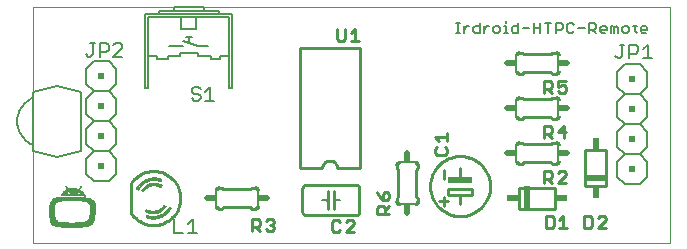
<source format=gto>
G75*
%MOIN*%
%OFA0B0*%
%FSLAX24Y24*%
%IPPOS*%
%LPD*%
%AMOC8*
5,1,8,0,0,1.08239X$1,22.5*
%
%ADD10C,0.0000*%
%ADD11C,0.0070*%
%ADD12C,0.0100*%
%ADD13C,0.0060*%
%ADD14C,0.0200*%
%ADD15C,0.0010*%
%ADD16R,0.0100X0.0200*%
%ADD17C,0.0050*%
%ADD18R,0.0800X0.0200*%
%ADD19R,0.0200X0.0400*%
%ADD20R,0.0200X0.0800*%
%ADD21R,0.0400X0.0200*%
%ADD22R,0.0200X0.0100*%
%ADD23R,0.0200X0.0200*%
%ADD24R,0.0400X0.0010*%
%ADD25R,0.0760X0.0010*%
%ADD26R,0.0960X0.0010*%
%ADD27R,0.1030X0.0010*%
%ADD28R,0.1120X0.0010*%
%ADD29R,0.1190X0.0010*%
%ADD30R,0.1220X0.0010*%
%ADD31R,0.1260X0.0010*%
%ADD32R,0.1300X0.0010*%
%ADD33R,0.1320X0.0010*%
%ADD34R,0.1350X0.0010*%
%ADD35R,0.1370X0.0010*%
%ADD36R,0.1380X0.0010*%
%ADD37R,0.1400X0.0010*%
%ADD38R,0.1420X0.0010*%
%ADD39R,0.0600X0.0010*%
%ADD40R,0.0610X0.0010*%
%ADD41R,0.0420X0.0010*%
%ADD42R,0.0330X0.0010*%
%ADD43R,0.0360X0.0010*%
%ADD44R,0.0320X0.0010*%
%ADD45R,0.0280X0.0010*%
%ADD46R,0.0300X0.0010*%
%ADD47R,0.0260X0.0010*%
%ADD48R,0.0270X0.0010*%
%ADD49R,0.0240X0.0010*%
%ADD50R,0.0250X0.0010*%
%ADD51R,0.0230X0.0010*%
%ADD52R,0.0220X0.0010*%
%ADD53R,0.0210X0.0010*%
%ADD54R,0.0200X0.0010*%
%ADD55R,0.0190X0.0010*%
%ADD56R,0.0180X0.0010*%
%ADD57R,0.0170X0.0010*%
%ADD58R,0.0480X0.0010*%
%ADD59R,0.1410X0.0010*%
%ADD60R,0.1390X0.0010*%
%ADD61R,0.1360X0.0010*%
%ADD62R,0.1330X0.0010*%
%ADD63R,0.1310X0.0010*%
%ADD64R,0.1210X0.0010*%
%ADD65R,0.1160X0.0010*%
%ADD66R,0.1090X0.0010*%
%ADD67R,0.0970X0.0010*%
%ADD68R,0.0840X0.0010*%
%ADD69R,0.0660X0.0010*%
%ADD70R,0.0050X0.0010*%
%ADD71R,0.0790X0.0010*%
%ADD72R,0.0800X0.0010*%
%ADD73R,0.0780X0.0010*%
%ADD74R,0.0310X0.0010*%
%ADD75R,0.0290X0.0010*%
%ADD76R,0.0150X0.0010*%
%ADD77R,0.0160X0.0010*%
%ADD78R,0.0140X0.0010*%
%ADD79R,0.0130X0.0010*%
%ADD80R,0.0640X0.0010*%
%ADD81R,0.0590X0.0010*%
%ADD82R,0.0560X0.0010*%
%ADD83R,0.0540X0.0010*%
%ADD84R,0.0500X0.0010*%
%ADD85R,0.0470X0.0010*%
%ADD86R,0.0430X0.0010*%
%ADD87R,0.0030X0.0010*%
%ADD88R,0.0040X0.0010*%
%ADD89R,0.0020X0.0010*%
D10*
X000642Y000180D02*
X000642Y008054D01*
X021902Y008054D01*
X021902Y000180D01*
X000642Y000180D01*
D11*
X014771Y007184D02*
X014881Y007184D01*
X014826Y007184D02*
X014826Y007514D01*
X014771Y007514D02*
X014881Y007514D01*
X015017Y007404D02*
X015017Y007184D01*
X015017Y007294D02*
X015127Y007404D01*
X015182Y007404D01*
X015324Y007349D02*
X015379Y007404D01*
X015544Y007404D01*
X015692Y007404D02*
X015692Y007184D01*
X015692Y007294D02*
X015802Y007404D01*
X015857Y007404D01*
X015999Y007349D02*
X015999Y007239D01*
X016054Y007184D01*
X016164Y007184D01*
X016219Y007239D01*
X016219Y007349D01*
X016164Y007404D01*
X016054Y007404D01*
X015999Y007349D01*
X016367Y007404D02*
X016422Y007404D01*
X016422Y007184D01*
X016367Y007184D02*
X016477Y007184D01*
X016613Y007239D02*
X016613Y007349D01*
X016668Y007404D01*
X016833Y007404D01*
X016981Y007349D02*
X017201Y007349D01*
X017349Y007349D02*
X017570Y007349D01*
X017570Y007514D02*
X017570Y007184D01*
X017349Y007184D02*
X017349Y007514D01*
X017718Y007514D02*
X017938Y007514D01*
X017828Y007514D02*
X017828Y007184D01*
X018086Y007184D02*
X018086Y007514D01*
X018251Y007514D01*
X018306Y007459D01*
X018306Y007349D01*
X018251Y007294D01*
X018086Y007294D01*
X018454Y007239D02*
X018454Y007459D01*
X018509Y007514D01*
X018620Y007514D01*
X018675Y007459D01*
X018823Y007349D02*
X019043Y007349D01*
X019191Y007294D02*
X019356Y007294D01*
X019411Y007349D01*
X019411Y007459D01*
X019356Y007514D01*
X019191Y007514D01*
X019191Y007184D01*
X019301Y007294D02*
X019411Y007184D01*
X019559Y007239D02*
X019559Y007349D01*
X019614Y007404D01*
X019724Y007404D01*
X019780Y007349D01*
X019780Y007294D01*
X019559Y007294D01*
X019559Y007239D02*
X019614Y007184D01*
X019724Y007184D01*
X019928Y007184D02*
X019928Y007404D01*
X019983Y007404D01*
X020038Y007349D01*
X020093Y007404D01*
X020148Y007349D01*
X020148Y007184D01*
X020038Y007184D02*
X020038Y007349D01*
X020296Y007349D02*
X020296Y007239D01*
X020351Y007184D01*
X020461Y007184D01*
X020516Y007239D01*
X020516Y007349D01*
X020461Y007404D01*
X020351Y007404D01*
X020296Y007349D01*
X020664Y007404D02*
X020774Y007404D01*
X020719Y007459D02*
X020719Y007239D01*
X020774Y007184D01*
X020910Y007239D02*
X020910Y007349D01*
X020965Y007404D01*
X021075Y007404D01*
X021130Y007349D01*
X021130Y007294D01*
X020910Y007294D01*
X020910Y007239D02*
X020965Y007184D01*
X021075Y007184D01*
X018675Y007239D02*
X018620Y007184D01*
X018509Y007184D01*
X018454Y007239D01*
X016833Y007184D02*
X016668Y007184D01*
X016613Y007239D01*
X016833Y007184D02*
X016833Y007514D01*
X016422Y007514D02*
X016422Y007569D01*
X015544Y007514D02*
X015544Y007184D01*
X015379Y007184D01*
X015324Y007239D01*
X015324Y007349D01*
D12*
X016869Y006530D02*
X016969Y006530D01*
X017019Y006480D01*
X017919Y006480D01*
X017969Y006530D01*
X018069Y006530D01*
X017919Y005880D02*
X017019Y005880D01*
X016969Y005830D01*
X016869Y005830D01*
X017688Y005570D02*
X017888Y005570D01*
X017955Y005504D01*
X017955Y005370D01*
X017888Y005303D01*
X017688Y005303D01*
X017821Y005303D02*
X017955Y005170D01*
X017969Y005030D02*
X017919Y004980D01*
X017019Y004980D01*
X016969Y005030D01*
X016869Y005030D01*
X017688Y005170D02*
X017688Y005570D01*
X018148Y005570D02*
X018148Y005370D01*
X018282Y005437D01*
X018348Y005437D01*
X018415Y005370D01*
X018415Y005237D01*
X018348Y005170D01*
X018215Y005170D01*
X018148Y005237D01*
X018069Y005030D02*
X017969Y005030D01*
X018148Y005570D02*
X018415Y005570D01*
X018069Y005830D02*
X017969Y005830D01*
X017919Y005880D01*
X017919Y004380D02*
X017019Y004380D01*
X016969Y004330D01*
X016869Y004330D01*
X017688Y004070D02*
X017888Y004070D01*
X017955Y004004D01*
X017955Y003870D01*
X017888Y003803D01*
X017688Y003803D01*
X017821Y003803D02*
X017955Y003670D01*
X017688Y003670D02*
X017688Y004070D01*
X018148Y003870D02*
X018415Y003870D01*
X018348Y004070D02*
X018148Y003870D01*
X018348Y003670D02*
X018348Y004070D01*
X018069Y004330D02*
X017969Y004330D01*
X017919Y004380D01*
X017969Y003530D02*
X017919Y003480D01*
X017019Y003480D01*
X016969Y003530D01*
X016869Y003530D01*
X017969Y003530D02*
X018069Y003530D01*
X019067Y003284D02*
X019067Y002084D01*
X019767Y002084D01*
X019767Y003284D01*
X019067Y003284D01*
X018069Y002830D02*
X017969Y002830D01*
X017919Y002880D01*
X017019Y002880D01*
X016969Y002830D01*
X016869Y002830D01*
X017688Y002570D02*
X017888Y002570D01*
X017955Y002504D01*
X017955Y002370D01*
X017888Y002303D01*
X017688Y002303D01*
X017688Y002170D02*
X017688Y002570D01*
X018148Y002504D02*
X018215Y002570D01*
X018348Y002570D01*
X018415Y002504D01*
X018415Y002437D01*
X018148Y002170D01*
X018415Y002170D01*
X018069Y002030D02*
X016869Y002030D01*
X016869Y001330D01*
X018069Y001330D01*
X018069Y002030D01*
X017955Y002170D02*
X017821Y002303D01*
X015290Y001978D02*
X015290Y001778D01*
X014890Y001778D01*
X014490Y001778D01*
X014490Y001978D01*
X015290Y001978D01*
X013890Y002078D02*
X013892Y002141D01*
X013898Y002203D01*
X013908Y002265D01*
X013921Y002327D01*
X013939Y002387D01*
X013960Y002446D01*
X013985Y002504D01*
X014014Y002560D01*
X014046Y002614D01*
X014081Y002666D01*
X014119Y002715D01*
X014161Y002763D01*
X014205Y002807D01*
X014253Y002849D01*
X014302Y002887D01*
X014354Y002922D01*
X014408Y002954D01*
X014464Y002983D01*
X014522Y003008D01*
X014581Y003029D01*
X014641Y003047D01*
X014703Y003060D01*
X014765Y003070D01*
X014827Y003076D01*
X014890Y003078D01*
X014953Y003076D01*
X015015Y003070D01*
X015077Y003060D01*
X015139Y003047D01*
X015199Y003029D01*
X015258Y003008D01*
X015316Y002983D01*
X015372Y002954D01*
X015426Y002922D01*
X015478Y002887D01*
X015527Y002849D01*
X015575Y002807D01*
X015619Y002763D01*
X015661Y002715D01*
X015699Y002666D01*
X015734Y002614D01*
X015766Y002560D01*
X015795Y002504D01*
X015820Y002446D01*
X015841Y002387D01*
X015859Y002327D01*
X015872Y002265D01*
X015882Y002203D01*
X015888Y002141D01*
X015890Y002078D01*
X015888Y002015D01*
X015882Y001953D01*
X015872Y001891D01*
X015859Y001829D01*
X015841Y001769D01*
X015820Y001710D01*
X015795Y001652D01*
X015766Y001596D01*
X015734Y001542D01*
X015699Y001490D01*
X015661Y001441D01*
X015619Y001393D01*
X015575Y001349D01*
X015527Y001307D01*
X015478Y001269D01*
X015426Y001234D01*
X015372Y001202D01*
X015316Y001173D01*
X015258Y001148D01*
X015199Y001127D01*
X015139Y001109D01*
X015077Y001096D01*
X015015Y001086D01*
X014953Y001080D01*
X014890Y001078D01*
X014827Y001080D01*
X014765Y001086D01*
X014703Y001096D01*
X014641Y001109D01*
X014581Y001127D01*
X014522Y001148D01*
X014464Y001173D01*
X014408Y001202D01*
X014354Y001234D01*
X014302Y001269D01*
X014253Y001307D01*
X014205Y001349D01*
X014161Y001393D01*
X014119Y001441D01*
X014081Y001490D01*
X014046Y001542D01*
X014014Y001596D01*
X013985Y001652D01*
X013960Y001710D01*
X013939Y001769D01*
X013921Y001829D01*
X013908Y001891D01*
X013898Y001953D01*
X013892Y002015D01*
X013890Y002078D01*
X014340Y002328D02*
X014340Y002628D01*
X014890Y002678D02*
X014890Y002328D01*
X013476Y002680D02*
X013476Y002780D01*
X013476Y002680D02*
X013426Y002630D01*
X013426Y001730D01*
X013476Y001680D01*
X013476Y001580D01*
X012826Y001730D02*
X012826Y002630D01*
X012776Y002680D01*
X012776Y002780D01*
X011547Y002680D02*
X011547Y006680D01*
X009547Y006680D01*
X009547Y002680D01*
X010297Y002680D01*
X010299Y002710D01*
X010304Y002740D01*
X010313Y002769D01*
X010326Y002796D01*
X010341Y002822D01*
X010360Y002846D01*
X010381Y002867D01*
X010405Y002886D01*
X010431Y002901D01*
X010458Y002914D01*
X010487Y002923D01*
X010517Y002928D01*
X010547Y002930D01*
X010577Y002928D01*
X010607Y002923D01*
X010636Y002914D01*
X010663Y002901D01*
X010689Y002886D01*
X010713Y002867D01*
X010734Y002846D01*
X010753Y002822D01*
X010768Y002796D01*
X010781Y002769D01*
X010790Y002740D01*
X010795Y002710D01*
X010797Y002680D01*
X011547Y002680D01*
X011437Y002113D02*
X009737Y002113D01*
X009720Y002111D01*
X009703Y002107D01*
X009687Y002100D01*
X009673Y002090D01*
X009660Y002077D01*
X009650Y002063D01*
X009643Y002047D01*
X009639Y002030D01*
X009637Y002013D01*
X009637Y001213D01*
X009639Y001196D01*
X009643Y001179D01*
X009650Y001163D01*
X009660Y001149D01*
X009673Y001136D01*
X009687Y001126D01*
X009703Y001119D01*
X009720Y001115D01*
X009737Y001113D01*
X011437Y001113D01*
X011454Y001115D01*
X011471Y001119D01*
X011487Y001126D01*
X011501Y001136D01*
X011514Y001149D01*
X011524Y001163D01*
X011531Y001179D01*
X011535Y001196D01*
X011537Y001213D01*
X011537Y002013D01*
X011535Y002030D01*
X011531Y002047D01*
X011524Y002063D01*
X011514Y002077D01*
X011501Y002090D01*
X011487Y002100D01*
X011471Y002107D01*
X011454Y002111D01*
X011437Y002113D01*
X012116Y001867D02*
X012182Y001734D01*
X012316Y001600D01*
X012316Y001801D01*
X012383Y001867D01*
X012449Y001867D01*
X012516Y001801D01*
X012516Y001667D01*
X012449Y001600D01*
X012316Y001600D01*
X012316Y001407D02*
X012383Y001340D01*
X012383Y001140D01*
X012516Y001140D02*
X012116Y001140D01*
X012116Y001340D01*
X012182Y001407D01*
X012316Y001407D01*
X012383Y001273D02*
X012516Y001407D01*
X012776Y001580D02*
X012776Y001680D01*
X012826Y001730D01*
X014190Y001578D02*
X014490Y001578D01*
X014340Y001428D02*
X014340Y001728D01*
X014890Y001778D02*
X014890Y001478D01*
X017739Y001095D02*
X017739Y000695D01*
X017939Y000695D01*
X018006Y000761D01*
X018006Y001028D01*
X017939Y001095D01*
X017739Y001095D01*
X018199Y000961D02*
X018333Y001095D01*
X018333Y000695D01*
X018466Y000695D02*
X018199Y000695D01*
X019015Y000683D02*
X019215Y000683D01*
X019282Y000749D01*
X019282Y001016D01*
X019215Y001083D01*
X019015Y001083D01*
X019015Y000683D01*
X019475Y000683D02*
X019742Y000950D01*
X019742Y001016D01*
X019676Y001083D01*
X019542Y001083D01*
X019475Y001016D01*
X019475Y000683D02*
X019742Y000683D01*
X014440Y003194D02*
X014373Y003128D01*
X014106Y003128D01*
X014039Y003194D01*
X014039Y003328D01*
X014106Y003395D01*
X014173Y003588D02*
X014039Y003721D01*
X014440Y003721D01*
X014440Y003588D02*
X014440Y003855D01*
X014373Y003395D02*
X014440Y003328D01*
X014440Y003194D01*
X010687Y001913D02*
X010687Y001613D01*
X010737Y001613D01*
X010687Y001613D02*
X010687Y001313D01*
X010487Y001313D02*
X010487Y001613D01*
X010487Y001913D01*
X010487Y001613D02*
X010437Y001613D01*
X010683Y000963D02*
X010616Y000897D01*
X010616Y000630D01*
X010683Y000563D01*
X010816Y000563D01*
X010883Y000630D01*
X011076Y000563D02*
X011343Y000830D01*
X011343Y000897D01*
X011276Y000963D01*
X011143Y000963D01*
X011076Y000897D01*
X010883Y000897D02*
X010816Y000963D01*
X010683Y000963D01*
X011076Y000563D02*
X011343Y000563D01*
X008676Y000664D02*
X008609Y000597D01*
X008475Y000597D01*
X008409Y000664D01*
X008542Y000797D02*
X008609Y000797D01*
X008676Y000731D01*
X008676Y000664D01*
X008609Y000797D02*
X008676Y000864D01*
X008676Y000931D01*
X008609Y000997D01*
X008475Y000997D01*
X008409Y000931D01*
X008215Y000931D02*
X008215Y000797D01*
X008148Y000731D01*
X007948Y000731D01*
X008082Y000731D02*
X008215Y000597D01*
X007948Y000597D02*
X007948Y000997D01*
X008148Y000997D01*
X008215Y000931D01*
X008053Y001330D02*
X007953Y001330D01*
X007903Y001380D01*
X007003Y001380D01*
X006953Y001330D01*
X006853Y001330D01*
X007003Y001980D02*
X007903Y001980D01*
X007953Y002030D01*
X008053Y002030D01*
X007003Y001980D02*
X006953Y002030D01*
X006853Y002030D01*
X003917Y002180D02*
X003952Y002228D01*
X003989Y002273D01*
X004029Y002316D01*
X004072Y002357D01*
X004118Y002394D01*
X004166Y002429D01*
X004216Y002460D01*
X004268Y002488D01*
X004322Y002512D01*
X004377Y002533D01*
X004433Y002550D01*
X004491Y002564D01*
X004549Y002573D01*
X004607Y002579D01*
X004666Y002581D01*
X004725Y002579D01*
X004784Y002573D01*
X004842Y002564D01*
X004900Y002550D01*
X004956Y002533D01*
X005011Y002513D01*
X005065Y002488D01*
X005117Y002460D01*
X005167Y002429D01*
X005215Y002395D01*
X005261Y002358D01*
X005304Y002317D01*
X005344Y002274D01*
X005382Y002229D01*
X005416Y002181D01*
X005447Y002131D01*
X005475Y002079D01*
X005499Y002025D01*
X005520Y001970D01*
X005537Y001913D01*
X005551Y001856D01*
X005560Y001798D01*
X005566Y001739D01*
X005568Y001680D01*
X005566Y001621D01*
X005560Y001562D01*
X005551Y001504D01*
X005537Y001447D01*
X005520Y001390D01*
X005499Y001335D01*
X005475Y001281D01*
X005447Y001229D01*
X005416Y001179D01*
X005382Y001131D01*
X005344Y001086D01*
X005304Y001043D01*
X005261Y001002D01*
X005215Y000965D01*
X005167Y000931D01*
X005117Y000900D01*
X005065Y000872D01*
X005011Y000847D01*
X004956Y000827D01*
X004900Y000810D01*
X004842Y000796D01*
X004784Y000787D01*
X004725Y000781D01*
X004666Y000779D01*
X004607Y000781D01*
X004549Y000787D01*
X004491Y000796D01*
X004433Y000810D01*
X004377Y000827D01*
X004322Y000848D01*
X004268Y000872D01*
X004216Y000900D01*
X004166Y000931D01*
X004118Y000966D01*
X004072Y001003D01*
X004029Y001044D01*
X003989Y001087D01*
X003952Y001132D01*
X003917Y001180D01*
X003917Y002180D01*
X010795Y006969D02*
X010861Y006903D01*
X010995Y006903D01*
X011062Y006969D01*
X011062Y007303D01*
X011255Y007169D02*
X011388Y007303D01*
X011388Y006903D01*
X011255Y006903D02*
X011522Y006903D01*
X010795Y006969D02*
X010795Y007303D01*
D13*
X007289Y007800D02*
X007289Y006400D01*
X007289Y005350D01*
X007189Y005350D01*
X007189Y006400D01*
X007189Y006600D01*
X007189Y007200D01*
X007189Y007700D01*
X006089Y007700D01*
X005589Y007700D01*
X004489Y007700D01*
X004489Y007200D01*
X004489Y006600D01*
X004489Y006400D01*
X004789Y006400D01*
X004789Y006300D01*
X005139Y006300D01*
X005139Y006400D01*
X005539Y006400D01*
X005539Y006500D01*
X006139Y006500D01*
X006139Y006400D01*
X006589Y006400D01*
X006589Y006300D01*
X006889Y006300D01*
X006889Y006400D01*
X007189Y006400D01*
X006489Y006750D02*
X006139Y006750D01*
X005639Y006900D01*
X005839Y006900D02*
X005839Y007050D01*
X005739Y007050D01*
X005839Y007050D02*
X005939Y007050D01*
X006089Y007300D02*
X005589Y007300D01*
X005589Y007700D01*
X005339Y007900D02*
X004839Y007900D01*
X004839Y007800D01*
X007289Y007800D01*
X006839Y007800D02*
X006839Y007900D01*
X006339Y007900D01*
X005339Y007900D01*
X005339Y008050D01*
X006339Y008050D01*
X006339Y007900D01*
X006089Y007700D02*
X006089Y007300D01*
X004839Y007800D02*
X004389Y007800D01*
X004389Y006400D01*
X004389Y005350D01*
X004489Y005350D01*
X004489Y006400D01*
X005189Y006750D02*
X005639Y006750D01*
X003425Y005985D02*
X003175Y006235D01*
X002675Y006235D01*
X002425Y005985D01*
X002425Y005485D01*
X002675Y005235D01*
X002425Y004985D01*
X002425Y004485D01*
X002675Y004235D01*
X003175Y004235D01*
X003425Y004485D01*
X003425Y004985D01*
X003175Y005235D01*
X002675Y005235D01*
X003175Y005235D02*
X003425Y005485D01*
X003425Y005985D01*
X003175Y004235D02*
X003425Y003985D01*
X003425Y003485D01*
X003175Y003235D01*
X003425Y002985D01*
X003425Y002485D01*
X003175Y002235D01*
X002675Y002235D01*
X002425Y002485D01*
X002425Y002985D01*
X002675Y003235D01*
X002425Y003485D01*
X002425Y003985D01*
X002675Y004235D01*
X002675Y003235D02*
X003175Y003235D01*
X006753Y001930D02*
X006753Y001430D01*
X008153Y001430D02*
X008153Y001930D01*
X010287Y001613D02*
X010437Y001613D01*
X010737Y001613D02*
X010887Y001613D01*
X012876Y001480D02*
X013376Y001480D01*
X013376Y002880D02*
X012876Y002880D01*
X016769Y002930D02*
X016769Y003430D01*
X018169Y003430D02*
X018169Y002930D01*
X020130Y002891D02*
X020130Y002391D01*
X020380Y002141D01*
X020880Y002141D01*
X021130Y002391D01*
X021130Y002891D01*
X020880Y003141D01*
X020380Y003141D01*
X020130Y002891D01*
X020380Y003141D02*
X020130Y003391D01*
X020130Y003891D01*
X020380Y004141D01*
X020130Y004391D01*
X020130Y004891D01*
X020380Y005141D01*
X020130Y005391D01*
X020130Y005891D01*
X020380Y006141D01*
X020880Y006141D01*
X021130Y005891D01*
X021130Y005391D01*
X020880Y005141D01*
X021130Y004891D01*
X021130Y004391D01*
X020880Y004141D01*
X020380Y004141D01*
X020880Y004141D02*
X021130Y003891D01*
X021130Y003391D01*
X020880Y003141D01*
X018169Y004430D02*
X018169Y004930D01*
X016769Y004930D02*
X016769Y004430D01*
X020380Y005141D02*
X020880Y005141D01*
X018169Y005930D02*
X018169Y006430D01*
X016769Y006430D02*
X016769Y005930D01*
D14*
X016669Y006180D02*
X016469Y006180D01*
X018269Y006180D02*
X018469Y006180D01*
X018469Y004680D02*
X018269Y004680D01*
X016669Y004680D02*
X016469Y004680D01*
X016469Y003180D02*
X016669Y003180D01*
X018269Y003180D02*
X018469Y003180D01*
X013126Y003180D02*
X013126Y002980D01*
X013126Y001380D02*
X013126Y001180D01*
X008453Y001680D02*
X008253Y001680D01*
X006653Y001680D02*
X006453Y001680D01*
D15*
X006709Y001426D02*
X006799Y001426D01*
X006798Y001425D02*
X006801Y001413D01*
X006806Y001401D01*
X006814Y001391D01*
X006824Y001383D01*
X006836Y001378D01*
X006848Y001375D01*
X006849Y001286D01*
X006848Y001285D01*
X006826Y001287D01*
X006805Y001293D01*
X006785Y001302D01*
X006767Y001313D01*
X006750Y001327D01*
X006736Y001344D01*
X006725Y001362D01*
X006716Y001382D01*
X006710Y001403D01*
X006708Y001425D01*
X006717Y001425D01*
X006720Y001403D01*
X006726Y001381D01*
X006736Y001361D01*
X006749Y001342D01*
X006765Y001326D01*
X006784Y001313D01*
X006804Y001303D01*
X006826Y001297D01*
X006848Y001294D01*
X006848Y001303D01*
X006827Y001306D01*
X006807Y001312D01*
X006788Y001321D01*
X006771Y001333D01*
X006756Y001348D01*
X006744Y001365D01*
X006735Y001384D01*
X006729Y001404D01*
X006726Y001425D01*
X006735Y001425D01*
X006738Y001406D01*
X006743Y001387D01*
X006752Y001370D01*
X006763Y001354D01*
X006777Y001340D01*
X006793Y001329D01*
X006810Y001320D01*
X006829Y001315D01*
X006848Y001312D01*
X006848Y001321D01*
X006828Y001324D01*
X006809Y001330D01*
X006791Y001340D01*
X006776Y001353D01*
X006763Y001368D01*
X006753Y001386D01*
X006747Y001405D01*
X006744Y001425D01*
X006753Y001425D01*
X006756Y001407D01*
X006762Y001389D01*
X006771Y001373D01*
X006782Y001359D01*
X006796Y001348D01*
X006812Y001339D01*
X006830Y001333D01*
X006848Y001330D01*
X006848Y001339D01*
X006832Y001342D01*
X006816Y001347D01*
X006801Y001355D01*
X006789Y001366D01*
X006778Y001378D01*
X006770Y001393D01*
X006765Y001409D01*
X006762Y001425D01*
X006771Y001425D01*
X006774Y001408D01*
X006780Y001393D01*
X006789Y001378D01*
X006801Y001366D01*
X006816Y001357D01*
X006831Y001351D01*
X006848Y001348D01*
X006848Y001357D01*
X006833Y001360D01*
X006819Y001365D01*
X006807Y001373D01*
X006796Y001384D01*
X006788Y001396D01*
X006783Y001410D01*
X006780Y001425D01*
X006789Y001425D01*
X006792Y001410D01*
X006798Y001397D01*
X006808Y001385D01*
X006820Y001375D01*
X006833Y001369D01*
X006848Y001366D01*
X008057Y001286D02*
X008057Y001376D01*
X008058Y001375D02*
X008070Y001378D01*
X008082Y001383D01*
X008092Y001391D01*
X008100Y001401D01*
X008105Y001413D01*
X008108Y001425D01*
X008197Y001426D01*
X008198Y001425D01*
X008196Y001403D01*
X008190Y001382D01*
X008181Y001362D01*
X008170Y001344D01*
X008156Y001327D01*
X008139Y001313D01*
X008121Y001302D01*
X008101Y001293D01*
X008080Y001287D01*
X008058Y001285D01*
X008058Y001294D01*
X008080Y001297D01*
X008102Y001303D01*
X008122Y001313D01*
X008141Y001326D01*
X008157Y001342D01*
X008170Y001361D01*
X008180Y001381D01*
X008186Y001403D01*
X008189Y001425D01*
X008180Y001425D01*
X008177Y001404D01*
X008171Y001384D01*
X008162Y001365D01*
X008150Y001348D01*
X008135Y001333D01*
X008118Y001321D01*
X008099Y001312D01*
X008079Y001306D01*
X008058Y001303D01*
X008058Y001312D01*
X008077Y001315D01*
X008096Y001320D01*
X008113Y001329D01*
X008129Y001340D01*
X008143Y001354D01*
X008154Y001370D01*
X008163Y001387D01*
X008168Y001406D01*
X008171Y001425D01*
X008162Y001425D01*
X008159Y001405D01*
X008153Y001386D01*
X008143Y001368D01*
X008130Y001353D01*
X008115Y001340D01*
X008097Y001330D01*
X008078Y001324D01*
X008058Y001321D01*
X008058Y001330D01*
X008076Y001333D01*
X008094Y001339D01*
X008110Y001348D01*
X008124Y001359D01*
X008135Y001373D01*
X008144Y001389D01*
X008150Y001407D01*
X008153Y001425D01*
X008144Y001425D01*
X008141Y001409D01*
X008136Y001393D01*
X008128Y001378D01*
X008117Y001366D01*
X008105Y001355D01*
X008090Y001347D01*
X008074Y001342D01*
X008058Y001339D01*
X008058Y001348D01*
X008075Y001351D01*
X008090Y001357D01*
X008105Y001366D01*
X008117Y001378D01*
X008126Y001393D01*
X008132Y001408D01*
X008135Y001425D01*
X008126Y001425D01*
X008123Y001410D01*
X008118Y001396D01*
X008110Y001384D01*
X008099Y001373D01*
X008087Y001365D01*
X008073Y001360D01*
X008058Y001357D01*
X008058Y001366D01*
X008073Y001369D01*
X008086Y001375D01*
X008098Y001385D01*
X008108Y001397D01*
X008114Y001410D01*
X008117Y001425D01*
X008197Y001934D02*
X008107Y001934D01*
X008108Y001935D02*
X008105Y001947D01*
X008100Y001959D01*
X008092Y001969D01*
X008082Y001977D01*
X008070Y001982D01*
X008058Y001985D01*
X008057Y002074D01*
X008058Y002075D01*
X008080Y002073D01*
X008101Y002067D01*
X008121Y002058D01*
X008139Y002047D01*
X008156Y002033D01*
X008170Y002016D01*
X008181Y001998D01*
X008190Y001978D01*
X008196Y001957D01*
X008198Y001935D01*
X008189Y001935D01*
X008186Y001957D01*
X008180Y001979D01*
X008170Y001999D01*
X008157Y002018D01*
X008141Y002034D01*
X008122Y002047D01*
X008102Y002057D01*
X008080Y002063D01*
X008058Y002066D01*
X008058Y002057D01*
X008079Y002054D01*
X008099Y002048D01*
X008118Y002039D01*
X008135Y002027D01*
X008150Y002012D01*
X008162Y001995D01*
X008171Y001976D01*
X008177Y001956D01*
X008180Y001935D01*
X008171Y001935D01*
X008168Y001954D01*
X008163Y001973D01*
X008154Y001990D01*
X008143Y002006D01*
X008129Y002020D01*
X008113Y002031D01*
X008096Y002040D01*
X008077Y002045D01*
X008058Y002048D01*
X008058Y002039D01*
X008078Y002036D01*
X008097Y002030D01*
X008115Y002020D01*
X008130Y002007D01*
X008143Y001992D01*
X008153Y001974D01*
X008159Y001955D01*
X008162Y001935D01*
X008153Y001935D01*
X008150Y001953D01*
X008144Y001971D01*
X008135Y001987D01*
X008124Y002001D01*
X008110Y002012D01*
X008094Y002021D01*
X008076Y002027D01*
X008058Y002030D01*
X008058Y002021D01*
X008074Y002018D01*
X008090Y002013D01*
X008105Y002005D01*
X008117Y001994D01*
X008128Y001982D01*
X008136Y001967D01*
X008141Y001951D01*
X008144Y001935D01*
X008135Y001935D01*
X008132Y001952D01*
X008126Y001967D01*
X008117Y001982D01*
X008105Y001994D01*
X008090Y002003D01*
X008075Y002009D01*
X008058Y002012D01*
X008058Y002003D01*
X008073Y002000D01*
X008087Y001995D01*
X008099Y001987D01*
X008110Y001976D01*
X008118Y001964D01*
X008123Y001950D01*
X008126Y001935D01*
X008117Y001935D01*
X008114Y001950D01*
X008108Y001963D01*
X008098Y001975D01*
X008086Y001985D01*
X008073Y001991D01*
X008058Y001994D01*
X006849Y002074D02*
X006849Y001984D01*
X006848Y001985D02*
X006836Y001982D01*
X006824Y001977D01*
X006814Y001969D01*
X006806Y001959D01*
X006801Y001947D01*
X006798Y001935D01*
X006709Y001934D01*
X006708Y001935D01*
X006710Y001957D01*
X006716Y001978D01*
X006725Y001998D01*
X006736Y002016D01*
X006750Y002033D01*
X006767Y002047D01*
X006785Y002058D01*
X006805Y002067D01*
X006826Y002073D01*
X006848Y002075D01*
X006848Y002066D01*
X006826Y002063D01*
X006804Y002057D01*
X006784Y002047D01*
X006765Y002034D01*
X006749Y002018D01*
X006736Y001999D01*
X006726Y001979D01*
X006720Y001957D01*
X006717Y001935D01*
X006726Y001935D01*
X006729Y001956D01*
X006735Y001976D01*
X006744Y001995D01*
X006756Y002012D01*
X006771Y002027D01*
X006788Y002039D01*
X006807Y002048D01*
X006827Y002054D01*
X006848Y002057D01*
X006848Y002048D01*
X006829Y002045D01*
X006810Y002040D01*
X006793Y002031D01*
X006777Y002020D01*
X006763Y002006D01*
X006752Y001990D01*
X006743Y001973D01*
X006738Y001954D01*
X006735Y001935D01*
X006744Y001935D01*
X006747Y001955D01*
X006753Y001974D01*
X006763Y001992D01*
X006776Y002007D01*
X006791Y002020D01*
X006809Y002030D01*
X006828Y002036D01*
X006848Y002039D01*
X006848Y002030D01*
X006830Y002027D01*
X006812Y002021D01*
X006796Y002012D01*
X006782Y002001D01*
X006771Y001987D01*
X006762Y001971D01*
X006756Y001953D01*
X006753Y001935D01*
X006762Y001935D01*
X006765Y001951D01*
X006770Y001967D01*
X006778Y001982D01*
X006789Y001994D01*
X006801Y002005D01*
X006816Y002013D01*
X006832Y002018D01*
X006848Y002021D01*
X006848Y002012D01*
X006831Y002009D01*
X006816Y002003D01*
X006801Y001994D01*
X006789Y001982D01*
X006780Y001967D01*
X006774Y001952D01*
X006771Y001935D01*
X006780Y001935D01*
X006783Y001950D01*
X006788Y001964D01*
X006796Y001976D01*
X006807Y001987D01*
X006819Y001995D01*
X006833Y002000D01*
X006848Y002003D01*
X006848Y001994D01*
X006833Y001991D01*
X006820Y001985D01*
X006808Y001975D01*
X006798Y001963D01*
X006792Y001950D01*
X006789Y001935D01*
X004946Y002120D02*
X004899Y002044D01*
X004864Y002063D01*
X004827Y002078D01*
X004789Y002090D01*
X004750Y002098D01*
X004710Y002102D01*
X004670Y002103D01*
X004631Y002099D01*
X004591Y002092D01*
X004553Y002081D01*
X004516Y002066D01*
X004480Y002048D01*
X004447Y002026D01*
X004416Y002001D01*
X004387Y001974D01*
X004361Y001943D01*
X004338Y001911D01*
X004262Y001957D01*
X004261Y001958D01*
X004286Y001994D01*
X004313Y002027D01*
X004344Y002058D01*
X004377Y002086D01*
X004412Y002111D01*
X004449Y002133D01*
X004488Y002152D01*
X004529Y002167D01*
X004570Y002179D01*
X004613Y002188D01*
X004656Y002192D01*
X004699Y002193D01*
X004743Y002190D01*
X004785Y002183D01*
X004828Y002173D01*
X004869Y002159D01*
X004908Y002142D01*
X004946Y002121D01*
X004942Y002113D01*
X004904Y002134D01*
X004865Y002151D01*
X004825Y002164D01*
X004784Y002174D01*
X004742Y002181D01*
X004699Y002184D01*
X004657Y002183D01*
X004614Y002179D01*
X004573Y002171D01*
X004532Y002159D01*
X004492Y002144D01*
X004454Y002125D01*
X004417Y002104D01*
X004382Y002079D01*
X004350Y002051D01*
X004320Y002021D01*
X004293Y001988D01*
X004269Y001953D01*
X004277Y001948D01*
X004300Y001983D01*
X004327Y002015D01*
X004356Y002045D01*
X004388Y002072D01*
X004422Y002096D01*
X004458Y002117D01*
X004495Y002136D01*
X004534Y002150D01*
X004575Y002162D01*
X004616Y002170D01*
X004657Y002174D01*
X004699Y002175D01*
X004741Y002172D01*
X004782Y002166D01*
X004822Y002156D01*
X004862Y002142D01*
X004900Y002126D01*
X004937Y002106D01*
X004932Y002098D01*
X004896Y002118D01*
X004859Y002134D01*
X004820Y002147D01*
X004780Y002157D01*
X004740Y002163D01*
X004699Y002166D01*
X004658Y002165D01*
X004617Y002161D01*
X004577Y002153D01*
X004537Y002142D01*
X004499Y002127D01*
X004462Y002110D01*
X004427Y002089D01*
X004394Y002065D01*
X004362Y002038D01*
X004334Y002009D01*
X004308Y001977D01*
X004284Y001944D01*
X004292Y001939D01*
X004316Y001974D01*
X004344Y002006D01*
X004374Y002036D01*
X004407Y002063D01*
X004442Y002087D01*
X004479Y002108D01*
X004518Y002125D01*
X004558Y002139D01*
X004600Y002149D01*
X004642Y002155D01*
X004684Y002157D01*
X004727Y002155D01*
X004769Y002150D01*
X004810Y002140D01*
X004851Y002127D01*
X004890Y002111D01*
X004927Y002090D01*
X004923Y002083D01*
X004886Y002102D01*
X004848Y002119D01*
X004808Y002132D01*
X004767Y002141D01*
X004726Y002146D01*
X004684Y002148D01*
X004643Y002146D01*
X004601Y002140D01*
X004561Y002130D01*
X004521Y002117D01*
X004483Y002100D01*
X004447Y002080D01*
X004412Y002056D01*
X004380Y002030D01*
X004350Y002000D01*
X004323Y001969D01*
X004300Y001934D01*
X004307Y001930D01*
X004331Y001963D01*
X004357Y001994D01*
X004386Y002023D01*
X004418Y002049D01*
X004451Y002072D01*
X004487Y002092D01*
X004524Y002109D01*
X004563Y002122D01*
X004603Y002131D01*
X004643Y002137D01*
X004684Y002139D01*
X004725Y002137D01*
X004766Y002132D01*
X004806Y002123D01*
X004844Y002110D01*
X004882Y002094D01*
X004918Y002075D01*
X004913Y002067D01*
X004878Y002086D01*
X004841Y002102D01*
X004803Y002114D01*
X004764Y002123D01*
X004724Y002128D01*
X004684Y002130D01*
X004644Y002128D01*
X004605Y002122D01*
X004566Y002113D01*
X004528Y002100D01*
X004491Y002084D01*
X004456Y002065D01*
X004423Y002042D01*
X004392Y002017D01*
X004364Y001988D01*
X004338Y001958D01*
X004315Y001925D01*
X004323Y001920D01*
X004345Y001952D01*
X004370Y001982D01*
X004398Y002010D01*
X004428Y002035D01*
X004461Y002057D01*
X004495Y002076D01*
X004531Y002092D01*
X004568Y002104D01*
X004606Y002113D01*
X004645Y002119D01*
X004684Y002121D01*
X004724Y002119D01*
X004762Y002114D01*
X004801Y002106D01*
X004838Y002094D01*
X004874Y002078D01*
X004909Y002060D01*
X004904Y002052D01*
X004870Y002070D01*
X004835Y002085D01*
X004798Y002097D01*
X004761Y002105D01*
X004723Y002110D01*
X004684Y002112D01*
X004646Y002110D01*
X004608Y002105D01*
X004571Y002096D01*
X004534Y002083D01*
X004499Y002068D01*
X004466Y002049D01*
X004434Y002028D01*
X004404Y002003D01*
X004377Y001976D01*
X004352Y001947D01*
X004330Y001915D01*
X004406Y001037D02*
X004438Y001121D01*
X004438Y001120D02*
X004483Y001105D01*
X004529Y001094D01*
X004576Y001086D01*
X004624Y001082D01*
X004672Y001082D01*
X004719Y001086D01*
X004766Y001094D01*
X004813Y001105D01*
X004858Y001120D01*
X004902Y001139D01*
X004944Y001161D01*
X004985Y001186D01*
X005023Y001214D01*
X005059Y001246D01*
X005092Y001280D01*
X005123Y001316D01*
X005150Y001356D01*
X005175Y001397D01*
X005254Y001355D01*
X005229Y001312D01*
X005201Y001271D01*
X005170Y001232D01*
X005137Y001196D01*
X005101Y001162D01*
X005062Y001131D01*
X005022Y001102D01*
X004979Y001077D01*
X004935Y001055D01*
X004890Y001036D01*
X004843Y001020D01*
X004795Y001008D01*
X004746Y000999D01*
X004697Y000994D01*
X004647Y000992D01*
X004598Y000994D01*
X004549Y000999D01*
X004500Y001008D01*
X004452Y001020D01*
X004405Y001036D01*
X004408Y001045D01*
X004457Y001028D01*
X004507Y001016D01*
X004558Y001007D01*
X004609Y001002D01*
X004660Y001001D01*
X004712Y001004D01*
X004763Y001011D01*
X004813Y001021D01*
X004862Y001036D01*
X004910Y001054D01*
X004957Y001075D01*
X005002Y001100D01*
X005045Y001129D01*
X005085Y001160D01*
X005123Y001195D01*
X005159Y001232D01*
X005191Y001272D01*
X005220Y001314D01*
X005246Y001359D01*
X005238Y001363D01*
X005213Y001319D01*
X005184Y001278D01*
X005152Y001238D01*
X005117Y001201D01*
X005079Y001167D01*
X005039Y001136D01*
X004997Y001108D01*
X004953Y001083D01*
X004907Y001062D01*
X004859Y001044D01*
X004811Y001030D01*
X004761Y001020D01*
X004711Y001013D01*
X004660Y001010D01*
X004609Y001011D01*
X004559Y001016D01*
X004509Y001025D01*
X004460Y001037D01*
X004412Y001053D01*
X004415Y001061D01*
X004462Y001046D01*
X004511Y001033D01*
X004560Y001025D01*
X004610Y001020D01*
X004660Y001019D01*
X004710Y001022D01*
X004760Y001028D01*
X004808Y001039D01*
X004857Y001053D01*
X004903Y001070D01*
X004949Y001091D01*
X004992Y001116D01*
X005034Y001143D01*
X005074Y001174D01*
X005111Y001208D01*
X005145Y001244D01*
X005176Y001283D01*
X005205Y001324D01*
X005230Y001367D01*
X005222Y001371D01*
X005197Y001329D01*
X005169Y001288D01*
X005138Y001250D01*
X005104Y001214D01*
X005068Y001181D01*
X005029Y001151D01*
X004988Y001123D01*
X004945Y001099D01*
X004900Y001079D01*
X004854Y001061D01*
X004806Y001048D01*
X004758Y001037D01*
X004709Y001031D01*
X004660Y001028D01*
X004611Y001029D01*
X004561Y001034D01*
X004513Y001042D01*
X004465Y001054D01*
X004418Y001070D01*
X004421Y001078D01*
X004468Y001063D01*
X004515Y001051D01*
X004563Y001043D01*
X004611Y001038D01*
X004660Y001037D01*
X004708Y001040D01*
X004757Y001046D01*
X004804Y001056D01*
X004851Y001070D01*
X004896Y001087D01*
X004941Y001107D01*
X004983Y001131D01*
X005023Y001158D01*
X005062Y001188D01*
X005098Y001221D01*
X005131Y001256D01*
X005162Y001294D01*
X005190Y001334D01*
X005214Y001376D01*
X005206Y001380D01*
X005182Y001338D01*
X005155Y001299D01*
X005125Y001262D01*
X005092Y001227D01*
X005056Y001195D01*
X005018Y001165D01*
X004978Y001139D01*
X004936Y001115D01*
X004893Y001095D01*
X004848Y001078D01*
X004802Y001065D01*
X004755Y001055D01*
X004707Y001049D01*
X004660Y001046D01*
X004612Y001047D01*
X004564Y001052D01*
X004517Y001060D01*
X004470Y001071D01*
X004425Y001087D01*
X004428Y001095D01*
X004473Y001080D01*
X004519Y001069D01*
X004565Y001061D01*
X004612Y001056D01*
X004659Y001055D01*
X004707Y001058D01*
X004754Y001064D01*
X004800Y001074D01*
X004845Y001087D01*
X004889Y001104D01*
X004932Y001123D01*
X004974Y001146D01*
X005013Y001173D01*
X005050Y001202D01*
X005085Y001233D01*
X005118Y001268D01*
X005148Y001304D01*
X005175Y001343D01*
X005198Y001384D01*
X005190Y001388D01*
X005165Y001346D01*
X005137Y001306D01*
X005106Y001268D01*
X005071Y001233D01*
X005034Y001200D01*
X004995Y001171D01*
X004953Y001145D01*
X004910Y001122D01*
X004864Y001103D01*
X004818Y001088D01*
X004770Y001076D01*
X004721Y001068D01*
X004672Y001064D01*
X004623Y001065D01*
X004574Y001068D01*
X004526Y001076D01*
X004478Y001088D01*
X004431Y001103D01*
X004434Y001112D01*
X004480Y001097D01*
X004527Y001085D01*
X004575Y001077D01*
X004624Y001073D01*
X004672Y001073D01*
X004720Y001077D01*
X004768Y001085D01*
X004815Y001096D01*
X004861Y001112D01*
X004906Y001130D01*
X004949Y001153D01*
X004990Y001178D01*
X005029Y001207D01*
X005065Y001239D01*
X005099Y001274D01*
X005130Y001311D01*
X005158Y001351D01*
X005183Y001392D01*
X004927Y002323D02*
X004895Y002239D01*
X004895Y002240D02*
X004850Y002255D01*
X004804Y002266D01*
X004757Y002274D01*
X004709Y002278D01*
X004661Y002278D01*
X004614Y002274D01*
X004567Y002266D01*
X004520Y002255D01*
X004475Y002240D01*
X004431Y002221D01*
X004389Y002199D01*
X004348Y002174D01*
X004310Y002146D01*
X004274Y002114D01*
X004241Y002080D01*
X004210Y002044D01*
X004183Y002004D01*
X004158Y001963D01*
X004079Y002005D01*
X004104Y002048D01*
X004132Y002089D01*
X004163Y002128D01*
X004196Y002164D01*
X004232Y002198D01*
X004271Y002229D01*
X004311Y002258D01*
X004354Y002283D01*
X004398Y002305D01*
X004443Y002324D01*
X004490Y002340D01*
X004538Y002352D01*
X004587Y002361D01*
X004636Y002366D01*
X004686Y002368D01*
X004735Y002366D01*
X004784Y002361D01*
X004833Y002352D01*
X004881Y002340D01*
X004928Y002324D01*
X004925Y002315D01*
X004876Y002332D01*
X004826Y002344D01*
X004775Y002353D01*
X004724Y002358D01*
X004673Y002359D01*
X004621Y002356D01*
X004570Y002349D01*
X004520Y002339D01*
X004471Y002324D01*
X004423Y002306D01*
X004376Y002285D01*
X004331Y002260D01*
X004288Y002231D01*
X004248Y002200D01*
X004210Y002165D01*
X004174Y002128D01*
X004142Y002088D01*
X004113Y002046D01*
X004087Y002001D01*
X004095Y001997D01*
X004120Y002041D01*
X004149Y002082D01*
X004181Y002122D01*
X004216Y002159D01*
X004254Y002193D01*
X004294Y002224D01*
X004336Y002252D01*
X004380Y002277D01*
X004426Y002298D01*
X004474Y002316D01*
X004522Y002330D01*
X004572Y002340D01*
X004622Y002347D01*
X004673Y002350D01*
X004724Y002349D01*
X004774Y002344D01*
X004824Y002335D01*
X004873Y002323D01*
X004921Y002307D01*
X004918Y002299D01*
X004871Y002314D01*
X004822Y002327D01*
X004773Y002335D01*
X004723Y002340D01*
X004673Y002341D01*
X004623Y002338D01*
X004573Y002332D01*
X004525Y002321D01*
X004476Y002307D01*
X004430Y002290D01*
X004384Y002269D01*
X004341Y002244D01*
X004299Y002217D01*
X004259Y002186D01*
X004222Y002152D01*
X004188Y002116D01*
X004157Y002077D01*
X004128Y002036D01*
X004103Y001993D01*
X004111Y001989D01*
X004136Y002031D01*
X004164Y002072D01*
X004195Y002110D01*
X004229Y002146D01*
X004265Y002179D01*
X004304Y002209D01*
X004345Y002237D01*
X004388Y002261D01*
X004433Y002281D01*
X004479Y002299D01*
X004527Y002312D01*
X004575Y002323D01*
X004624Y002329D01*
X004673Y002332D01*
X004722Y002331D01*
X004772Y002326D01*
X004820Y002318D01*
X004868Y002306D01*
X004915Y002290D01*
X004912Y002282D01*
X004865Y002297D01*
X004818Y002309D01*
X004770Y002317D01*
X004722Y002322D01*
X004673Y002323D01*
X004625Y002320D01*
X004576Y002314D01*
X004529Y002304D01*
X004482Y002290D01*
X004437Y002273D01*
X004392Y002253D01*
X004350Y002229D01*
X004310Y002202D01*
X004271Y002172D01*
X004235Y002139D01*
X004202Y002104D01*
X004171Y002066D01*
X004143Y002026D01*
X004119Y001984D01*
X004127Y001980D01*
X004151Y002022D01*
X004178Y002061D01*
X004208Y002098D01*
X004241Y002133D01*
X004277Y002165D01*
X004315Y002195D01*
X004355Y002221D01*
X004397Y002245D01*
X004440Y002265D01*
X004485Y002282D01*
X004531Y002295D01*
X004578Y002305D01*
X004626Y002311D01*
X004673Y002314D01*
X004721Y002313D01*
X004769Y002308D01*
X004816Y002300D01*
X004863Y002289D01*
X004908Y002273D01*
X004905Y002265D01*
X004860Y002280D01*
X004814Y002291D01*
X004768Y002299D01*
X004721Y002304D01*
X004674Y002305D01*
X004626Y002302D01*
X004579Y002296D01*
X004533Y002286D01*
X004488Y002273D01*
X004444Y002256D01*
X004401Y002237D01*
X004359Y002214D01*
X004320Y002187D01*
X004283Y002158D01*
X004248Y002127D01*
X004215Y002092D01*
X004185Y002056D01*
X004158Y002017D01*
X004135Y001976D01*
X004143Y001972D01*
X004168Y002014D01*
X004196Y002054D01*
X004227Y002092D01*
X004262Y002127D01*
X004299Y002160D01*
X004338Y002189D01*
X004380Y002215D01*
X004423Y002238D01*
X004469Y002257D01*
X004515Y002272D01*
X004563Y002284D01*
X004612Y002292D01*
X004661Y002296D01*
X004710Y002295D01*
X004759Y002292D01*
X004807Y002284D01*
X004855Y002272D01*
X004902Y002257D01*
X004899Y002248D01*
X004853Y002263D01*
X004806Y002275D01*
X004758Y002283D01*
X004709Y002287D01*
X004661Y002287D01*
X004613Y002283D01*
X004565Y002275D01*
X004518Y002264D01*
X004472Y002248D01*
X004427Y002230D01*
X004384Y002207D01*
X004343Y002182D01*
X004304Y002153D01*
X004268Y002121D01*
X004234Y002086D01*
X004203Y002049D01*
X004175Y002009D01*
X004150Y001968D01*
X004388Y001240D02*
X004435Y001316D01*
X004470Y001297D01*
X004507Y001282D01*
X004545Y001270D01*
X004584Y001262D01*
X004624Y001258D01*
X004664Y001257D01*
X004703Y001261D01*
X004743Y001268D01*
X004781Y001279D01*
X004818Y001294D01*
X004854Y001312D01*
X004887Y001334D01*
X004918Y001359D01*
X004947Y001386D01*
X004973Y001417D01*
X004996Y001449D01*
X005072Y001403D01*
X005073Y001402D01*
X005048Y001366D01*
X005021Y001333D01*
X004990Y001302D01*
X004957Y001274D01*
X004922Y001249D01*
X004885Y001227D01*
X004846Y001208D01*
X004805Y001193D01*
X004764Y001181D01*
X004721Y001172D01*
X004678Y001168D01*
X004635Y001167D01*
X004591Y001170D01*
X004549Y001177D01*
X004506Y001187D01*
X004465Y001201D01*
X004426Y001218D01*
X004388Y001239D01*
X004392Y001247D01*
X004430Y001226D01*
X004469Y001209D01*
X004509Y001196D01*
X004550Y001186D01*
X004592Y001179D01*
X004635Y001176D01*
X004677Y001177D01*
X004720Y001181D01*
X004761Y001189D01*
X004802Y001201D01*
X004842Y001216D01*
X004880Y001235D01*
X004917Y001256D01*
X004952Y001281D01*
X004984Y001309D01*
X005014Y001339D01*
X005041Y001372D01*
X005065Y001407D01*
X005057Y001412D01*
X005034Y001377D01*
X005007Y001345D01*
X004978Y001315D01*
X004946Y001288D01*
X004912Y001264D01*
X004876Y001243D01*
X004839Y001224D01*
X004800Y001210D01*
X004759Y001198D01*
X004718Y001190D01*
X004677Y001186D01*
X004635Y001185D01*
X004593Y001188D01*
X004552Y001194D01*
X004512Y001204D01*
X004472Y001218D01*
X004434Y001234D01*
X004397Y001254D01*
X004402Y001262D01*
X004438Y001242D01*
X004475Y001226D01*
X004514Y001213D01*
X004554Y001203D01*
X004594Y001197D01*
X004635Y001194D01*
X004676Y001195D01*
X004717Y001199D01*
X004757Y001207D01*
X004797Y001218D01*
X004835Y001233D01*
X004872Y001250D01*
X004907Y001271D01*
X004940Y001295D01*
X004972Y001322D01*
X005000Y001351D01*
X005026Y001383D01*
X005050Y001416D01*
X005042Y001421D01*
X005018Y001386D01*
X004990Y001354D01*
X004960Y001324D01*
X004927Y001297D01*
X004892Y001273D01*
X004855Y001252D01*
X004816Y001235D01*
X004776Y001221D01*
X004734Y001211D01*
X004692Y001205D01*
X004650Y001203D01*
X004607Y001205D01*
X004565Y001210D01*
X004524Y001220D01*
X004483Y001233D01*
X004444Y001249D01*
X004407Y001270D01*
X004411Y001277D01*
X004448Y001258D01*
X004486Y001241D01*
X004526Y001228D01*
X004567Y001219D01*
X004608Y001214D01*
X004650Y001212D01*
X004691Y001214D01*
X004733Y001220D01*
X004773Y001230D01*
X004813Y001243D01*
X004851Y001260D01*
X004887Y001280D01*
X004922Y001304D01*
X004954Y001330D01*
X004984Y001360D01*
X005011Y001391D01*
X005034Y001426D01*
X005027Y001430D01*
X005003Y001397D01*
X004977Y001366D01*
X004948Y001337D01*
X004916Y001311D01*
X004883Y001288D01*
X004847Y001268D01*
X004810Y001251D01*
X004771Y001238D01*
X004731Y001229D01*
X004691Y001223D01*
X004650Y001221D01*
X004609Y001223D01*
X004568Y001228D01*
X004528Y001237D01*
X004490Y001250D01*
X004452Y001266D01*
X004416Y001285D01*
X004421Y001293D01*
X004456Y001274D01*
X004493Y001258D01*
X004531Y001246D01*
X004570Y001237D01*
X004610Y001232D01*
X004650Y001230D01*
X004690Y001232D01*
X004729Y001238D01*
X004768Y001247D01*
X004806Y001260D01*
X004843Y001276D01*
X004878Y001295D01*
X004911Y001318D01*
X004942Y001343D01*
X004970Y001372D01*
X004996Y001402D01*
X005019Y001435D01*
X005011Y001440D01*
X004989Y001408D01*
X004964Y001378D01*
X004936Y001350D01*
X004906Y001325D01*
X004873Y001303D01*
X004839Y001284D01*
X004803Y001268D01*
X004766Y001256D01*
X004728Y001247D01*
X004689Y001241D01*
X004650Y001239D01*
X004610Y001241D01*
X004572Y001246D01*
X004533Y001254D01*
X004496Y001266D01*
X004460Y001282D01*
X004425Y001300D01*
X004430Y001308D01*
X004464Y001290D01*
X004499Y001275D01*
X004536Y001263D01*
X004573Y001255D01*
X004611Y001250D01*
X004650Y001248D01*
X004688Y001250D01*
X004726Y001255D01*
X004763Y001264D01*
X004800Y001277D01*
X004835Y001292D01*
X004868Y001311D01*
X004900Y001332D01*
X004930Y001357D01*
X004957Y001384D01*
X004982Y001413D01*
X005004Y001445D01*
X012732Y001576D02*
X012822Y001576D01*
X012821Y001575D02*
X012824Y001563D01*
X012829Y001551D01*
X012837Y001541D01*
X012847Y001533D01*
X012859Y001528D01*
X012871Y001525D01*
X012872Y001436D01*
X012871Y001435D01*
X012849Y001437D01*
X012828Y001443D01*
X012808Y001452D01*
X012790Y001463D01*
X012773Y001477D01*
X012759Y001494D01*
X012748Y001512D01*
X012739Y001532D01*
X012733Y001553D01*
X012731Y001575D01*
X012740Y001575D01*
X012743Y001553D01*
X012749Y001531D01*
X012759Y001511D01*
X012772Y001492D01*
X012788Y001476D01*
X012807Y001463D01*
X012827Y001453D01*
X012849Y001447D01*
X012871Y001444D01*
X012871Y001453D01*
X012850Y001456D01*
X012830Y001462D01*
X012811Y001471D01*
X012794Y001483D01*
X012779Y001498D01*
X012767Y001515D01*
X012758Y001534D01*
X012752Y001554D01*
X012749Y001575D01*
X012758Y001575D01*
X012761Y001556D01*
X012766Y001537D01*
X012775Y001520D01*
X012786Y001504D01*
X012800Y001490D01*
X012816Y001479D01*
X012833Y001470D01*
X012852Y001465D01*
X012871Y001462D01*
X012871Y001471D01*
X012851Y001474D01*
X012832Y001480D01*
X012814Y001490D01*
X012799Y001503D01*
X012786Y001518D01*
X012776Y001536D01*
X012770Y001555D01*
X012767Y001575D01*
X012776Y001575D01*
X012779Y001557D01*
X012785Y001539D01*
X012794Y001523D01*
X012805Y001509D01*
X012819Y001498D01*
X012835Y001489D01*
X012853Y001483D01*
X012871Y001480D01*
X012871Y001489D01*
X012855Y001492D01*
X012839Y001497D01*
X012824Y001505D01*
X012812Y001516D01*
X012801Y001528D01*
X012793Y001543D01*
X012788Y001559D01*
X012785Y001575D01*
X012794Y001575D01*
X012797Y001558D01*
X012803Y001543D01*
X012812Y001528D01*
X012824Y001516D01*
X012839Y001507D01*
X012854Y001501D01*
X012871Y001498D01*
X012871Y001507D01*
X012856Y001510D01*
X012842Y001515D01*
X012830Y001523D01*
X012819Y001534D01*
X012811Y001546D01*
X012806Y001560D01*
X012803Y001575D01*
X012812Y001575D01*
X012815Y001560D01*
X012821Y001547D01*
X012831Y001535D01*
X012843Y001525D01*
X012856Y001519D01*
X012871Y001516D01*
X013380Y001436D02*
X013380Y001526D01*
X013381Y001525D02*
X013393Y001528D01*
X013405Y001533D01*
X013415Y001541D01*
X013423Y001551D01*
X013428Y001563D01*
X013431Y001575D01*
X013520Y001576D01*
X013521Y001575D01*
X013519Y001553D01*
X013513Y001532D01*
X013504Y001512D01*
X013493Y001494D01*
X013479Y001477D01*
X013462Y001463D01*
X013444Y001452D01*
X013424Y001443D01*
X013403Y001437D01*
X013381Y001435D01*
X013381Y001444D01*
X013403Y001447D01*
X013425Y001453D01*
X013445Y001463D01*
X013464Y001476D01*
X013480Y001492D01*
X013493Y001511D01*
X013503Y001531D01*
X013509Y001553D01*
X013512Y001575D01*
X013503Y001575D01*
X013500Y001554D01*
X013494Y001534D01*
X013485Y001515D01*
X013473Y001498D01*
X013458Y001483D01*
X013441Y001471D01*
X013422Y001462D01*
X013402Y001456D01*
X013381Y001453D01*
X013381Y001462D01*
X013400Y001465D01*
X013419Y001470D01*
X013436Y001479D01*
X013452Y001490D01*
X013466Y001504D01*
X013477Y001520D01*
X013486Y001537D01*
X013491Y001556D01*
X013494Y001575D01*
X013485Y001575D01*
X013482Y001555D01*
X013476Y001536D01*
X013466Y001518D01*
X013453Y001503D01*
X013438Y001490D01*
X013420Y001480D01*
X013401Y001474D01*
X013381Y001471D01*
X013381Y001480D01*
X013399Y001483D01*
X013417Y001489D01*
X013433Y001498D01*
X013447Y001509D01*
X013458Y001523D01*
X013467Y001539D01*
X013473Y001557D01*
X013476Y001575D01*
X013467Y001575D01*
X013464Y001559D01*
X013459Y001543D01*
X013451Y001528D01*
X013440Y001516D01*
X013428Y001505D01*
X013413Y001497D01*
X013397Y001492D01*
X013381Y001489D01*
X013381Y001498D01*
X013398Y001501D01*
X013413Y001507D01*
X013428Y001516D01*
X013440Y001528D01*
X013449Y001543D01*
X013455Y001558D01*
X013458Y001575D01*
X013449Y001575D01*
X013446Y001560D01*
X013441Y001546D01*
X013433Y001534D01*
X013422Y001523D01*
X013410Y001515D01*
X013396Y001510D01*
X013381Y001507D01*
X013381Y001516D01*
X013396Y001519D01*
X013409Y001525D01*
X013421Y001535D01*
X013431Y001547D01*
X013437Y001560D01*
X013440Y001575D01*
X013520Y002784D02*
X013430Y002784D01*
X013431Y002785D02*
X013428Y002797D01*
X013423Y002809D01*
X013415Y002819D01*
X013405Y002827D01*
X013393Y002832D01*
X013381Y002835D01*
X013380Y002924D01*
X013381Y002925D01*
X013403Y002923D01*
X013424Y002917D01*
X013444Y002908D01*
X013462Y002897D01*
X013479Y002883D01*
X013493Y002866D01*
X013504Y002848D01*
X013513Y002828D01*
X013519Y002807D01*
X013521Y002785D01*
X013512Y002785D01*
X013509Y002807D01*
X013503Y002829D01*
X013493Y002849D01*
X013480Y002868D01*
X013464Y002884D01*
X013445Y002897D01*
X013425Y002907D01*
X013403Y002913D01*
X013381Y002916D01*
X013381Y002907D01*
X013402Y002904D01*
X013422Y002898D01*
X013441Y002889D01*
X013458Y002877D01*
X013473Y002862D01*
X013485Y002845D01*
X013494Y002826D01*
X013500Y002806D01*
X013503Y002785D01*
X013494Y002785D01*
X013491Y002804D01*
X013486Y002823D01*
X013477Y002840D01*
X013466Y002856D01*
X013452Y002870D01*
X013436Y002881D01*
X013419Y002890D01*
X013400Y002895D01*
X013381Y002898D01*
X013381Y002889D01*
X013401Y002886D01*
X013420Y002880D01*
X013438Y002870D01*
X013453Y002857D01*
X013466Y002842D01*
X013476Y002824D01*
X013482Y002805D01*
X013485Y002785D01*
X013476Y002785D01*
X013473Y002803D01*
X013467Y002821D01*
X013458Y002837D01*
X013447Y002851D01*
X013433Y002862D01*
X013417Y002871D01*
X013399Y002877D01*
X013381Y002880D01*
X013381Y002871D01*
X013397Y002868D01*
X013413Y002863D01*
X013428Y002855D01*
X013440Y002844D01*
X013451Y002832D01*
X013459Y002817D01*
X013464Y002801D01*
X013467Y002785D01*
X013458Y002785D01*
X013455Y002802D01*
X013449Y002817D01*
X013440Y002832D01*
X013428Y002844D01*
X013413Y002853D01*
X013398Y002859D01*
X013381Y002862D01*
X013381Y002853D01*
X013396Y002850D01*
X013410Y002845D01*
X013422Y002837D01*
X013433Y002826D01*
X013441Y002814D01*
X013446Y002800D01*
X013449Y002785D01*
X013440Y002785D01*
X013437Y002800D01*
X013431Y002813D01*
X013421Y002825D01*
X013409Y002835D01*
X013396Y002841D01*
X013381Y002844D01*
X012872Y002924D02*
X012872Y002834D01*
X012871Y002835D02*
X012859Y002832D01*
X012847Y002827D01*
X012837Y002819D01*
X012829Y002809D01*
X012824Y002797D01*
X012821Y002785D01*
X012732Y002784D01*
X012731Y002785D01*
X012733Y002807D01*
X012739Y002828D01*
X012748Y002848D01*
X012759Y002866D01*
X012773Y002883D01*
X012790Y002897D01*
X012808Y002908D01*
X012828Y002917D01*
X012849Y002923D01*
X012871Y002925D01*
X012871Y002916D01*
X012849Y002913D01*
X012827Y002907D01*
X012807Y002897D01*
X012788Y002884D01*
X012772Y002868D01*
X012759Y002849D01*
X012749Y002829D01*
X012743Y002807D01*
X012740Y002785D01*
X012749Y002785D01*
X012752Y002806D01*
X012758Y002826D01*
X012767Y002845D01*
X012779Y002862D01*
X012794Y002877D01*
X012811Y002889D01*
X012830Y002898D01*
X012850Y002904D01*
X012871Y002907D01*
X012871Y002898D01*
X012852Y002895D01*
X012833Y002890D01*
X012816Y002881D01*
X012800Y002870D01*
X012786Y002856D01*
X012775Y002840D01*
X012766Y002823D01*
X012761Y002804D01*
X012758Y002785D01*
X012767Y002785D01*
X012770Y002805D01*
X012776Y002824D01*
X012786Y002842D01*
X012799Y002857D01*
X012814Y002870D01*
X012832Y002880D01*
X012851Y002886D01*
X012871Y002889D01*
X012871Y002880D01*
X012853Y002877D01*
X012835Y002871D01*
X012819Y002862D01*
X012805Y002851D01*
X012794Y002837D01*
X012785Y002821D01*
X012779Y002803D01*
X012776Y002785D01*
X012785Y002785D01*
X012788Y002801D01*
X012793Y002817D01*
X012801Y002832D01*
X012812Y002844D01*
X012824Y002855D01*
X012839Y002863D01*
X012855Y002868D01*
X012871Y002871D01*
X012871Y002862D01*
X012854Y002859D01*
X012839Y002853D01*
X012824Y002844D01*
X012812Y002832D01*
X012803Y002817D01*
X012797Y002802D01*
X012794Y002785D01*
X012803Y002785D01*
X012806Y002800D01*
X012811Y002814D01*
X012819Y002826D01*
X012830Y002837D01*
X012842Y002845D01*
X012856Y002850D01*
X012871Y002853D01*
X012871Y002844D01*
X012856Y002841D01*
X012843Y002835D01*
X012831Y002825D01*
X012821Y002813D01*
X012815Y002800D01*
X012812Y002785D01*
X016725Y002926D02*
X016815Y002926D01*
X016814Y002925D02*
X016817Y002913D01*
X016822Y002901D01*
X016830Y002891D01*
X016840Y002883D01*
X016852Y002878D01*
X016864Y002875D01*
X016865Y002786D01*
X016864Y002785D01*
X016842Y002787D01*
X016821Y002793D01*
X016801Y002802D01*
X016783Y002813D01*
X016766Y002827D01*
X016752Y002844D01*
X016741Y002862D01*
X016732Y002882D01*
X016726Y002903D01*
X016724Y002925D01*
X016733Y002925D01*
X016736Y002903D01*
X016742Y002881D01*
X016752Y002861D01*
X016765Y002842D01*
X016781Y002826D01*
X016800Y002813D01*
X016820Y002803D01*
X016842Y002797D01*
X016864Y002794D01*
X016864Y002803D01*
X016843Y002806D01*
X016823Y002812D01*
X016804Y002821D01*
X016787Y002833D01*
X016772Y002848D01*
X016760Y002865D01*
X016751Y002884D01*
X016745Y002904D01*
X016742Y002925D01*
X016751Y002925D01*
X016754Y002906D01*
X016759Y002887D01*
X016768Y002870D01*
X016779Y002854D01*
X016793Y002840D01*
X016809Y002829D01*
X016826Y002820D01*
X016845Y002815D01*
X016864Y002812D01*
X016864Y002821D01*
X016844Y002824D01*
X016825Y002830D01*
X016807Y002840D01*
X016792Y002853D01*
X016779Y002868D01*
X016769Y002886D01*
X016763Y002905D01*
X016760Y002925D01*
X016769Y002925D01*
X016772Y002907D01*
X016778Y002889D01*
X016787Y002873D01*
X016798Y002859D01*
X016812Y002848D01*
X016828Y002839D01*
X016846Y002833D01*
X016864Y002830D01*
X016864Y002839D01*
X016848Y002842D01*
X016832Y002847D01*
X016817Y002855D01*
X016805Y002866D01*
X016794Y002878D01*
X016786Y002893D01*
X016781Y002909D01*
X016778Y002925D01*
X016787Y002925D01*
X016790Y002908D01*
X016796Y002893D01*
X016805Y002878D01*
X016817Y002866D01*
X016832Y002857D01*
X016847Y002851D01*
X016864Y002848D01*
X016864Y002857D01*
X016849Y002860D01*
X016835Y002865D01*
X016823Y002873D01*
X016812Y002884D01*
X016804Y002896D01*
X016799Y002910D01*
X016796Y002925D01*
X016805Y002925D01*
X016808Y002910D01*
X016814Y002897D01*
X016824Y002885D01*
X016836Y002875D01*
X016849Y002869D01*
X016864Y002866D01*
X018073Y002786D02*
X018073Y002876D01*
X018074Y002875D02*
X018086Y002878D01*
X018098Y002883D01*
X018108Y002891D01*
X018116Y002901D01*
X018121Y002913D01*
X018124Y002925D01*
X018213Y002926D01*
X018214Y002925D01*
X018212Y002903D01*
X018206Y002882D01*
X018197Y002862D01*
X018186Y002844D01*
X018172Y002827D01*
X018155Y002813D01*
X018137Y002802D01*
X018117Y002793D01*
X018096Y002787D01*
X018074Y002785D01*
X018074Y002794D01*
X018096Y002797D01*
X018118Y002803D01*
X018138Y002813D01*
X018157Y002826D01*
X018173Y002842D01*
X018186Y002861D01*
X018196Y002881D01*
X018202Y002903D01*
X018205Y002925D01*
X018196Y002925D01*
X018193Y002904D01*
X018187Y002884D01*
X018178Y002865D01*
X018166Y002848D01*
X018151Y002833D01*
X018134Y002821D01*
X018115Y002812D01*
X018095Y002806D01*
X018074Y002803D01*
X018074Y002812D01*
X018093Y002815D01*
X018112Y002820D01*
X018129Y002829D01*
X018145Y002840D01*
X018159Y002854D01*
X018170Y002870D01*
X018179Y002887D01*
X018184Y002906D01*
X018187Y002925D01*
X018178Y002925D01*
X018175Y002905D01*
X018169Y002886D01*
X018159Y002868D01*
X018146Y002853D01*
X018131Y002840D01*
X018113Y002830D01*
X018094Y002824D01*
X018074Y002821D01*
X018074Y002830D01*
X018092Y002833D01*
X018110Y002839D01*
X018126Y002848D01*
X018140Y002859D01*
X018151Y002873D01*
X018160Y002889D01*
X018166Y002907D01*
X018169Y002925D01*
X018160Y002925D01*
X018157Y002909D01*
X018152Y002893D01*
X018144Y002878D01*
X018133Y002866D01*
X018121Y002855D01*
X018106Y002847D01*
X018090Y002842D01*
X018074Y002839D01*
X018074Y002848D01*
X018091Y002851D01*
X018106Y002857D01*
X018121Y002866D01*
X018133Y002878D01*
X018142Y002893D01*
X018148Y002908D01*
X018151Y002925D01*
X018142Y002925D01*
X018139Y002910D01*
X018134Y002896D01*
X018126Y002884D01*
X018115Y002873D01*
X018103Y002865D01*
X018089Y002860D01*
X018074Y002857D01*
X018074Y002866D01*
X018089Y002869D01*
X018102Y002875D01*
X018114Y002885D01*
X018124Y002897D01*
X018130Y002910D01*
X018133Y002925D01*
X018213Y003434D02*
X018123Y003434D01*
X018124Y003435D02*
X018121Y003447D01*
X018116Y003459D01*
X018108Y003469D01*
X018098Y003477D01*
X018086Y003482D01*
X018074Y003485D01*
X018073Y003574D01*
X018074Y003575D01*
X018096Y003573D01*
X018117Y003567D01*
X018137Y003558D01*
X018155Y003547D01*
X018172Y003533D01*
X018186Y003516D01*
X018197Y003498D01*
X018206Y003478D01*
X018212Y003457D01*
X018214Y003435D01*
X018205Y003435D01*
X018202Y003457D01*
X018196Y003479D01*
X018186Y003499D01*
X018173Y003518D01*
X018157Y003534D01*
X018138Y003547D01*
X018118Y003557D01*
X018096Y003563D01*
X018074Y003566D01*
X018074Y003557D01*
X018095Y003554D01*
X018115Y003548D01*
X018134Y003539D01*
X018151Y003527D01*
X018166Y003512D01*
X018178Y003495D01*
X018187Y003476D01*
X018193Y003456D01*
X018196Y003435D01*
X018187Y003435D01*
X018184Y003454D01*
X018179Y003473D01*
X018170Y003490D01*
X018159Y003506D01*
X018145Y003520D01*
X018129Y003531D01*
X018112Y003540D01*
X018093Y003545D01*
X018074Y003548D01*
X018074Y003539D01*
X018094Y003536D01*
X018113Y003530D01*
X018131Y003520D01*
X018146Y003507D01*
X018159Y003492D01*
X018169Y003474D01*
X018175Y003455D01*
X018178Y003435D01*
X018169Y003435D01*
X018166Y003453D01*
X018160Y003471D01*
X018151Y003487D01*
X018140Y003501D01*
X018126Y003512D01*
X018110Y003521D01*
X018092Y003527D01*
X018074Y003530D01*
X018074Y003521D01*
X018090Y003518D01*
X018106Y003513D01*
X018121Y003505D01*
X018133Y003494D01*
X018144Y003482D01*
X018152Y003467D01*
X018157Y003451D01*
X018160Y003435D01*
X018151Y003435D01*
X018148Y003452D01*
X018142Y003467D01*
X018133Y003482D01*
X018121Y003494D01*
X018106Y003503D01*
X018091Y003509D01*
X018074Y003512D01*
X018074Y003503D01*
X018089Y003500D01*
X018103Y003495D01*
X018115Y003487D01*
X018126Y003476D01*
X018134Y003464D01*
X018139Y003450D01*
X018142Y003435D01*
X018133Y003435D01*
X018130Y003450D01*
X018124Y003463D01*
X018114Y003475D01*
X018102Y003485D01*
X018089Y003491D01*
X018074Y003494D01*
X016865Y003574D02*
X016865Y003484D01*
X016864Y003485D02*
X016852Y003482D01*
X016840Y003477D01*
X016830Y003469D01*
X016822Y003459D01*
X016817Y003447D01*
X016814Y003435D01*
X016725Y003434D01*
X016724Y003435D01*
X016726Y003457D01*
X016732Y003478D01*
X016741Y003498D01*
X016752Y003516D01*
X016766Y003533D01*
X016783Y003547D01*
X016801Y003558D01*
X016821Y003567D01*
X016842Y003573D01*
X016864Y003575D01*
X016864Y003566D01*
X016842Y003563D01*
X016820Y003557D01*
X016800Y003547D01*
X016781Y003534D01*
X016765Y003518D01*
X016752Y003499D01*
X016742Y003479D01*
X016736Y003457D01*
X016733Y003435D01*
X016742Y003435D01*
X016745Y003456D01*
X016751Y003476D01*
X016760Y003495D01*
X016772Y003512D01*
X016787Y003527D01*
X016804Y003539D01*
X016823Y003548D01*
X016843Y003554D01*
X016864Y003557D01*
X016864Y003548D01*
X016845Y003545D01*
X016826Y003540D01*
X016809Y003531D01*
X016793Y003520D01*
X016779Y003506D01*
X016768Y003490D01*
X016759Y003473D01*
X016754Y003454D01*
X016751Y003435D01*
X016760Y003435D01*
X016763Y003455D01*
X016769Y003474D01*
X016779Y003492D01*
X016792Y003507D01*
X016807Y003520D01*
X016825Y003530D01*
X016844Y003536D01*
X016864Y003539D01*
X016864Y003530D01*
X016846Y003527D01*
X016828Y003521D01*
X016812Y003512D01*
X016798Y003501D01*
X016787Y003487D01*
X016778Y003471D01*
X016772Y003453D01*
X016769Y003435D01*
X016778Y003435D01*
X016781Y003451D01*
X016786Y003467D01*
X016794Y003482D01*
X016805Y003494D01*
X016817Y003505D01*
X016832Y003513D01*
X016848Y003518D01*
X016864Y003521D01*
X016864Y003512D01*
X016847Y003509D01*
X016832Y003503D01*
X016817Y003494D01*
X016805Y003482D01*
X016796Y003467D01*
X016790Y003452D01*
X016787Y003435D01*
X016796Y003435D01*
X016799Y003450D01*
X016804Y003464D01*
X016812Y003476D01*
X016823Y003487D01*
X016835Y003495D01*
X016849Y003500D01*
X016864Y003503D01*
X016864Y003494D01*
X016849Y003491D01*
X016836Y003485D01*
X016824Y003475D01*
X016814Y003463D01*
X016808Y003450D01*
X016805Y003435D01*
X016725Y004426D02*
X016815Y004426D01*
X016814Y004425D02*
X016817Y004413D01*
X016822Y004401D01*
X016830Y004391D01*
X016840Y004383D01*
X016852Y004378D01*
X016864Y004375D01*
X016865Y004286D01*
X016864Y004285D01*
X016842Y004287D01*
X016821Y004293D01*
X016801Y004302D01*
X016783Y004313D01*
X016766Y004327D01*
X016752Y004344D01*
X016741Y004362D01*
X016732Y004382D01*
X016726Y004403D01*
X016724Y004425D01*
X016733Y004425D01*
X016736Y004403D01*
X016742Y004381D01*
X016752Y004361D01*
X016765Y004342D01*
X016781Y004326D01*
X016800Y004313D01*
X016820Y004303D01*
X016842Y004297D01*
X016864Y004294D01*
X016864Y004303D01*
X016843Y004306D01*
X016823Y004312D01*
X016804Y004321D01*
X016787Y004333D01*
X016772Y004348D01*
X016760Y004365D01*
X016751Y004384D01*
X016745Y004404D01*
X016742Y004425D01*
X016751Y004425D01*
X016754Y004406D01*
X016759Y004387D01*
X016768Y004370D01*
X016779Y004354D01*
X016793Y004340D01*
X016809Y004329D01*
X016826Y004320D01*
X016845Y004315D01*
X016864Y004312D01*
X016864Y004321D01*
X016844Y004324D01*
X016825Y004330D01*
X016807Y004340D01*
X016792Y004353D01*
X016779Y004368D01*
X016769Y004386D01*
X016763Y004405D01*
X016760Y004425D01*
X016769Y004425D01*
X016772Y004407D01*
X016778Y004389D01*
X016787Y004373D01*
X016798Y004359D01*
X016812Y004348D01*
X016828Y004339D01*
X016846Y004333D01*
X016864Y004330D01*
X016864Y004339D01*
X016848Y004342D01*
X016832Y004347D01*
X016817Y004355D01*
X016805Y004366D01*
X016794Y004378D01*
X016786Y004393D01*
X016781Y004409D01*
X016778Y004425D01*
X016787Y004425D01*
X016790Y004408D01*
X016796Y004393D01*
X016805Y004378D01*
X016817Y004366D01*
X016832Y004357D01*
X016847Y004351D01*
X016864Y004348D01*
X016864Y004357D01*
X016849Y004360D01*
X016835Y004365D01*
X016823Y004373D01*
X016812Y004384D01*
X016804Y004396D01*
X016799Y004410D01*
X016796Y004425D01*
X016805Y004425D01*
X016808Y004410D01*
X016814Y004397D01*
X016824Y004385D01*
X016836Y004375D01*
X016849Y004369D01*
X016864Y004366D01*
X018073Y004286D02*
X018073Y004376D01*
X018074Y004375D02*
X018086Y004378D01*
X018098Y004383D01*
X018108Y004391D01*
X018116Y004401D01*
X018121Y004413D01*
X018124Y004425D01*
X018213Y004426D01*
X018214Y004425D01*
X018212Y004403D01*
X018206Y004382D01*
X018197Y004362D01*
X018186Y004344D01*
X018172Y004327D01*
X018155Y004313D01*
X018137Y004302D01*
X018117Y004293D01*
X018096Y004287D01*
X018074Y004285D01*
X018074Y004294D01*
X018096Y004297D01*
X018118Y004303D01*
X018138Y004313D01*
X018157Y004326D01*
X018173Y004342D01*
X018186Y004361D01*
X018196Y004381D01*
X018202Y004403D01*
X018205Y004425D01*
X018196Y004425D01*
X018193Y004404D01*
X018187Y004384D01*
X018178Y004365D01*
X018166Y004348D01*
X018151Y004333D01*
X018134Y004321D01*
X018115Y004312D01*
X018095Y004306D01*
X018074Y004303D01*
X018074Y004312D01*
X018093Y004315D01*
X018112Y004320D01*
X018129Y004329D01*
X018145Y004340D01*
X018159Y004354D01*
X018170Y004370D01*
X018179Y004387D01*
X018184Y004406D01*
X018187Y004425D01*
X018178Y004425D01*
X018175Y004405D01*
X018169Y004386D01*
X018159Y004368D01*
X018146Y004353D01*
X018131Y004340D01*
X018113Y004330D01*
X018094Y004324D01*
X018074Y004321D01*
X018074Y004330D01*
X018092Y004333D01*
X018110Y004339D01*
X018126Y004348D01*
X018140Y004359D01*
X018151Y004373D01*
X018160Y004389D01*
X018166Y004407D01*
X018169Y004425D01*
X018160Y004425D01*
X018157Y004409D01*
X018152Y004393D01*
X018144Y004378D01*
X018133Y004366D01*
X018121Y004355D01*
X018106Y004347D01*
X018090Y004342D01*
X018074Y004339D01*
X018074Y004348D01*
X018091Y004351D01*
X018106Y004357D01*
X018121Y004366D01*
X018133Y004378D01*
X018142Y004393D01*
X018148Y004408D01*
X018151Y004425D01*
X018142Y004425D01*
X018139Y004410D01*
X018134Y004396D01*
X018126Y004384D01*
X018115Y004373D01*
X018103Y004365D01*
X018089Y004360D01*
X018074Y004357D01*
X018074Y004366D01*
X018089Y004369D01*
X018102Y004375D01*
X018114Y004385D01*
X018124Y004397D01*
X018130Y004410D01*
X018133Y004425D01*
X018213Y004934D02*
X018123Y004934D01*
X018124Y004935D02*
X018121Y004947D01*
X018116Y004959D01*
X018108Y004969D01*
X018098Y004977D01*
X018086Y004982D01*
X018074Y004985D01*
X018073Y005074D01*
X018074Y005075D01*
X018096Y005073D01*
X018117Y005067D01*
X018137Y005058D01*
X018155Y005047D01*
X018172Y005033D01*
X018186Y005016D01*
X018197Y004998D01*
X018206Y004978D01*
X018212Y004957D01*
X018214Y004935D01*
X018205Y004935D01*
X018202Y004957D01*
X018196Y004979D01*
X018186Y004999D01*
X018173Y005018D01*
X018157Y005034D01*
X018138Y005047D01*
X018118Y005057D01*
X018096Y005063D01*
X018074Y005066D01*
X018074Y005057D01*
X018095Y005054D01*
X018115Y005048D01*
X018134Y005039D01*
X018151Y005027D01*
X018166Y005012D01*
X018178Y004995D01*
X018187Y004976D01*
X018193Y004956D01*
X018196Y004935D01*
X018187Y004935D01*
X018184Y004954D01*
X018179Y004973D01*
X018170Y004990D01*
X018159Y005006D01*
X018145Y005020D01*
X018129Y005031D01*
X018112Y005040D01*
X018093Y005045D01*
X018074Y005048D01*
X018074Y005039D01*
X018094Y005036D01*
X018113Y005030D01*
X018131Y005020D01*
X018146Y005007D01*
X018159Y004992D01*
X018169Y004974D01*
X018175Y004955D01*
X018178Y004935D01*
X018169Y004935D01*
X018166Y004953D01*
X018160Y004971D01*
X018151Y004987D01*
X018140Y005001D01*
X018126Y005012D01*
X018110Y005021D01*
X018092Y005027D01*
X018074Y005030D01*
X018074Y005021D01*
X018090Y005018D01*
X018106Y005013D01*
X018121Y005005D01*
X018133Y004994D01*
X018144Y004982D01*
X018152Y004967D01*
X018157Y004951D01*
X018160Y004935D01*
X018151Y004935D01*
X018148Y004952D01*
X018142Y004967D01*
X018133Y004982D01*
X018121Y004994D01*
X018106Y005003D01*
X018091Y005009D01*
X018074Y005012D01*
X018074Y005003D01*
X018089Y005000D01*
X018103Y004995D01*
X018115Y004987D01*
X018126Y004976D01*
X018134Y004964D01*
X018139Y004950D01*
X018142Y004935D01*
X018133Y004935D01*
X018130Y004950D01*
X018124Y004963D01*
X018114Y004975D01*
X018102Y004985D01*
X018089Y004991D01*
X018074Y004994D01*
X016865Y005074D02*
X016865Y004984D01*
X016864Y004985D02*
X016852Y004982D01*
X016840Y004977D01*
X016830Y004969D01*
X016822Y004959D01*
X016817Y004947D01*
X016814Y004935D01*
X016725Y004934D01*
X016724Y004935D01*
X016726Y004957D01*
X016732Y004978D01*
X016741Y004998D01*
X016752Y005016D01*
X016766Y005033D01*
X016783Y005047D01*
X016801Y005058D01*
X016821Y005067D01*
X016842Y005073D01*
X016864Y005075D01*
X016864Y005066D01*
X016842Y005063D01*
X016820Y005057D01*
X016800Y005047D01*
X016781Y005034D01*
X016765Y005018D01*
X016752Y004999D01*
X016742Y004979D01*
X016736Y004957D01*
X016733Y004935D01*
X016742Y004935D01*
X016745Y004956D01*
X016751Y004976D01*
X016760Y004995D01*
X016772Y005012D01*
X016787Y005027D01*
X016804Y005039D01*
X016823Y005048D01*
X016843Y005054D01*
X016864Y005057D01*
X016864Y005048D01*
X016845Y005045D01*
X016826Y005040D01*
X016809Y005031D01*
X016793Y005020D01*
X016779Y005006D01*
X016768Y004990D01*
X016759Y004973D01*
X016754Y004954D01*
X016751Y004935D01*
X016760Y004935D01*
X016763Y004955D01*
X016769Y004974D01*
X016779Y004992D01*
X016792Y005007D01*
X016807Y005020D01*
X016825Y005030D01*
X016844Y005036D01*
X016864Y005039D01*
X016864Y005030D01*
X016846Y005027D01*
X016828Y005021D01*
X016812Y005012D01*
X016798Y005001D01*
X016787Y004987D01*
X016778Y004971D01*
X016772Y004953D01*
X016769Y004935D01*
X016778Y004935D01*
X016781Y004951D01*
X016786Y004967D01*
X016794Y004982D01*
X016805Y004994D01*
X016817Y005005D01*
X016832Y005013D01*
X016848Y005018D01*
X016864Y005021D01*
X016864Y005012D01*
X016847Y005009D01*
X016832Y005003D01*
X016817Y004994D01*
X016805Y004982D01*
X016796Y004967D01*
X016790Y004952D01*
X016787Y004935D01*
X016796Y004935D01*
X016799Y004950D01*
X016804Y004964D01*
X016812Y004976D01*
X016823Y004987D01*
X016835Y004995D01*
X016849Y005000D01*
X016864Y005003D01*
X016864Y004994D01*
X016849Y004991D01*
X016836Y004985D01*
X016824Y004975D01*
X016814Y004963D01*
X016808Y004950D01*
X016805Y004935D01*
X016725Y005926D02*
X016815Y005926D01*
X016814Y005925D02*
X016817Y005913D01*
X016822Y005901D01*
X016830Y005891D01*
X016840Y005883D01*
X016852Y005878D01*
X016864Y005875D01*
X016865Y005786D01*
X016864Y005785D01*
X016842Y005787D01*
X016821Y005793D01*
X016801Y005802D01*
X016783Y005813D01*
X016766Y005827D01*
X016752Y005844D01*
X016741Y005862D01*
X016732Y005882D01*
X016726Y005903D01*
X016724Y005925D01*
X016733Y005925D01*
X016736Y005903D01*
X016742Y005881D01*
X016752Y005861D01*
X016765Y005842D01*
X016781Y005826D01*
X016800Y005813D01*
X016820Y005803D01*
X016842Y005797D01*
X016864Y005794D01*
X016864Y005803D01*
X016843Y005806D01*
X016823Y005812D01*
X016804Y005821D01*
X016787Y005833D01*
X016772Y005848D01*
X016760Y005865D01*
X016751Y005884D01*
X016745Y005904D01*
X016742Y005925D01*
X016751Y005925D01*
X016754Y005906D01*
X016759Y005887D01*
X016768Y005870D01*
X016779Y005854D01*
X016793Y005840D01*
X016809Y005829D01*
X016826Y005820D01*
X016845Y005815D01*
X016864Y005812D01*
X016864Y005821D01*
X016844Y005824D01*
X016825Y005830D01*
X016807Y005840D01*
X016792Y005853D01*
X016779Y005868D01*
X016769Y005886D01*
X016763Y005905D01*
X016760Y005925D01*
X016769Y005925D01*
X016772Y005907D01*
X016778Y005889D01*
X016787Y005873D01*
X016798Y005859D01*
X016812Y005848D01*
X016828Y005839D01*
X016846Y005833D01*
X016864Y005830D01*
X016864Y005839D01*
X016848Y005842D01*
X016832Y005847D01*
X016817Y005855D01*
X016805Y005866D01*
X016794Y005878D01*
X016786Y005893D01*
X016781Y005909D01*
X016778Y005925D01*
X016787Y005925D01*
X016790Y005908D01*
X016796Y005893D01*
X016805Y005878D01*
X016817Y005866D01*
X016832Y005857D01*
X016847Y005851D01*
X016864Y005848D01*
X016864Y005857D01*
X016849Y005860D01*
X016835Y005865D01*
X016823Y005873D01*
X016812Y005884D01*
X016804Y005896D01*
X016799Y005910D01*
X016796Y005925D01*
X016805Y005925D01*
X016808Y005910D01*
X016814Y005897D01*
X016824Y005885D01*
X016836Y005875D01*
X016849Y005869D01*
X016864Y005866D01*
X018073Y005786D02*
X018073Y005876D01*
X018074Y005875D02*
X018086Y005878D01*
X018098Y005883D01*
X018108Y005891D01*
X018116Y005901D01*
X018121Y005913D01*
X018124Y005925D01*
X018213Y005926D01*
X018214Y005925D01*
X018212Y005903D01*
X018206Y005882D01*
X018197Y005862D01*
X018186Y005844D01*
X018172Y005827D01*
X018155Y005813D01*
X018137Y005802D01*
X018117Y005793D01*
X018096Y005787D01*
X018074Y005785D01*
X018074Y005794D01*
X018096Y005797D01*
X018118Y005803D01*
X018138Y005813D01*
X018157Y005826D01*
X018173Y005842D01*
X018186Y005861D01*
X018196Y005881D01*
X018202Y005903D01*
X018205Y005925D01*
X018196Y005925D01*
X018193Y005904D01*
X018187Y005884D01*
X018178Y005865D01*
X018166Y005848D01*
X018151Y005833D01*
X018134Y005821D01*
X018115Y005812D01*
X018095Y005806D01*
X018074Y005803D01*
X018074Y005812D01*
X018093Y005815D01*
X018112Y005820D01*
X018129Y005829D01*
X018145Y005840D01*
X018159Y005854D01*
X018170Y005870D01*
X018179Y005887D01*
X018184Y005906D01*
X018187Y005925D01*
X018178Y005925D01*
X018175Y005905D01*
X018169Y005886D01*
X018159Y005868D01*
X018146Y005853D01*
X018131Y005840D01*
X018113Y005830D01*
X018094Y005824D01*
X018074Y005821D01*
X018074Y005830D01*
X018092Y005833D01*
X018110Y005839D01*
X018126Y005848D01*
X018140Y005859D01*
X018151Y005873D01*
X018160Y005889D01*
X018166Y005907D01*
X018169Y005925D01*
X018160Y005925D01*
X018157Y005909D01*
X018152Y005893D01*
X018144Y005878D01*
X018133Y005866D01*
X018121Y005855D01*
X018106Y005847D01*
X018090Y005842D01*
X018074Y005839D01*
X018074Y005848D01*
X018091Y005851D01*
X018106Y005857D01*
X018121Y005866D01*
X018133Y005878D01*
X018142Y005893D01*
X018148Y005908D01*
X018151Y005925D01*
X018142Y005925D01*
X018139Y005910D01*
X018134Y005896D01*
X018126Y005884D01*
X018115Y005873D01*
X018103Y005865D01*
X018089Y005860D01*
X018074Y005857D01*
X018074Y005866D01*
X018089Y005869D01*
X018102Y005875D01*
X018114Y005885D01*
X018124Y005897D01*
X018130Y005910D01*
X018133Y005925D01*
X018213Y006434D02*
X018123Y006434D01*
X018124Y006435D02*
X018121Y006447D01*
X018116Y006459D01*
X018108Y006469D01*
X018098Y006477D01*
X018086Y006482D01*
X018074Y006485D01*
X018073Y006574D01*
X018074Y006575D01*
X018096Y006573D01*
X018117Y006567D01*
X018137Y006558D01*
X018155Y006547D01*
X018172Y006533D01*
X018186Y006516D01*
X018197Y006498D01*
X018206Y006478D01*
X018212Y006457D01*
X018214Y006435D01*
X018205Y006435D01*
X018202Y006457D01*
X018196Y006479D01*
X018186Y006499D01*
X018173Y006518D01*
X018157Y006534D01*
X018138Y006547D01*
X018118Y006557D01*
X018096Y006563D01*
X018074Y006566D01*
X018074Y006557D01*
X018095Y006554D01*
X018115Y006548D01*
X018134Y006539D01*
X018151Y006527D01*
X018166Y006512D01*
X018178Y006495D01*
X018187Y006476D01*
X018193Y006456D01*
X018196Y006435D01*
X018187Y006435D01*
X018184Y006454D01*
X018179Y006473D01*
X018170Y006490D01*
X018159Y006506D01*
X018145Y006520D01*
X018129Y006531D01*
X018112Y006540D01*
X018093Y006545D01*
X018074Y006548D01*
X018074Y006539D01*
X018094Y006536D01*
X018113Y006530D01*
X018131Y006520D01*
X018146Y006507D01*
X018159Y006492D01*
X018169Y006474D01*
X018175Y006455D01*
X018178Y006435D01*
X018169Y006435D01*
X018166Y006453D01*
X018160Y006471D01*
X018151Y006487D01*
X018140Y006501D01*
X018126Y006512D01*
X018110Y006521D01*
X018092Y006527D01*
X018074Y006530D01*
X018074Y006521D01*
X018090Y006518D01*
X018106Y006513D01*
X018121Y006505D01*
X018133Y006494D01*
X018144Y006482D01*
X018152Y006467D01*
X018157Y006451D01*
X018160Y006435D01*
X018151Y006435D01*
X018148Y006452D01*
X018142Y006467D01*
X018133Y006482D01*
X018121Y006494D01*
X018106Y006503D01*
X018091Y006509D01*
X018074Y006512D01*
X018074Y006503D01*
X018089Y006500D01*
X018103Y006495D01*
X018115Y006487D01*
X018126Y006476D01*
X018134Y006464D01*
X018139Y006450D01*
X018142Y006435D01*
X018133Y006435D01*
X018130Y006450D01*
X018124Y006463D01*
X018114Y006475D01*
X018102Y006485D01*
X018089Y006491D01*
X018074Y006494D01*
X016865Y006574D02*
X016865Y006484D01*
X016864Y006485D02*
X016852Y006482D01*
X016840Y006477D01*
X016830Y006469D01*
X016822Y006459D01*
X016817Y006447D01*
X016814Y006435D01*
X016725Y006434D01*
X016724Y006435D01*
X016726Y006457D01*
X016732Y006478D01*
X016741Y006498D01*
X016752Y006516D01*
X016766Y006533D01*
X016783Y006547D01*
X016801Y006558D01*
X016821Y006567D01*
X016842Y006573D01*
X016864Y006575D01*
X016864Y006566D01*
X016842Y006563D01*
X016820Y006557D01*
X016800Y006547D01*
X016781Y006534D01*
X016765Y006518D01*
X016752Y006499D01*
X016742Y006479D01*
X016736Y006457D01*
X016733Y006435D01*
X016742Y006435D01*
X016745Y006456D01*
X016751Y006476D01*
X016760Y006495D01*
X016772Y006512D01*
X016787Y006527D01*
X016804Y006539D01*
X016823Y006548D01*
X016843Y006554D01*
X016864Y006557D01*
X016864Y006548D01*
X016845Y006545D01*
X016826Y006540D01*
X016809Y006531D01*
X016793Y006520D01*
X016779Y006506D01*
X016768Y006490D01*
X016759Y006473D01*
X016754Y006454D01*
X016751Y006435D01*
X016760Y006435D01*
X016763Y006455D01*
X016769Y006474D01*
X016779Y006492D01*
X016792Y006507D01*
X016807Y006520D01*
X016825Y006530D01*
X016844Y006536D01*
X016864Y006539D01*
X016864Y006530D01*
X016846Y006527D01*
X016828Y006521D01*
X016812Y006512D01*
X016798Y006501D01*
X016787Y006487D01*
X016778Y006471D01*
X016772Y006453D01*
X016769Y006435D01*
X016778Y006435D01*
X016781Y006451D01*
X016786Y006467D01*
X016794Y006482D01*
X016805Y006494D01*
X016817Y006505D01*
X016832Y006513D01*
X016848Y006518D01*
X016864Y006521D01*
X016864Y006512D01*
X016847Y006509D01*
X016832Y006503D01*
X016817Y006494D01*
X016805Y006482D01*
X016796Y006467D01*
X016790Y006452D01*
X016787Y006435D01*
X016796Y006435D01*
X016799Y006450D01*
X016804Y006464D01*
X016812Y006476D01*
X016823Y006487D01*
X016835Y006495D01*
X016849Y006500D01*
X016864Y006503D01*
X016864Y006494D01*
X016849Y006491D01*
X016836Y006485D01*
X016824Y006475D01*
X016814Y006463D01*
X016808Y006450D01*
X016805Y006435D01*
D16*
X016719Y006180D03*
X018219Y006180D03*
X018219Y004680D03*
X016719Y004680D03*
X016719Y003180D03*
X018219Y003180D03*
X008203Y001680D03*
X006703Y001680D03*
D17*
X005977Y000972D02*
X005977Y000522D01*
X006127Y000522D02*
X005826Y000522D01*
X005666Y000522D02*
X005366Y000522D01*
X005366Y000972D01*
X005826Y000822D02*
X005977Y000972D01*
X002245Y003251D02*
X001458Y003054D01*
X000671Y003251D01*
X000671Y003448D01*
X000671Y005023D01*
X000671Y005220D01*
X001458Y005417D01*
X002245Y005220D01*
X002245Y003251D01*
X000671Y003449D02*
X000618Y003470D01*
X000568Y003495D01*
X000519Y003524D01*
X000472Y003556D01*
X000427Y003590D01*
X000385Y003628D01*
X000345Y003669D01*
X000309Y003712D01*
X000275Y003757D01*
X000244Y003805D01*
X000217Y003854D01*
X000193Y003905D01*
X000172Y003958D01*
X000155Y004012D01*
X000142Y004067D01*
X000133Y004123D01*
X000127Y004179D01*
X000125Y004236D01*
X000127Y004293D01*
X000133Y004349D01*
X000142Y004405D01*
X000155Y004460D01*
X000172Y004514D01*
X000193Y004567D01*
X000217Y004618D01*
X000244Y004667D01*
X000275Y004715D01*
X000309Y004760D01*
X000345Y004803D01*
X000385Y004844D01*
X000427Y004882D01*
X000472Y004916D01*
X000519Y004948D01*
X000568Y004977D01*
X000618Y005002D01*
X000671Y005023D01*
X002416Y006473D02*
X002491Y006397D01*
X002566Y006397D01*
X002641Y006473D01*
X002641Y006848D01*
X002566Y006848D02*
X002717Y006848D01*
X002877Y006848D02*
X003102Y006848D01*
X003177Y006773D01*
X003177Y006623D01*
X003102Y006548D01*
X002877Y006548D01*
X002877Y006397D02*
X002877Y006848D01*
X003337Y006773D02*
X003412Y006848D01*
X003562Y006848D01*
X003637Y006773D01*
X003637Y006698D01*
X003337Y006397D01*
X003637Y006397D01*
X005943Y005301D02*
X006018Y005376D01*
X006168Y005376D01*
X006243Y005301D01*
X006403Y005226D02*
X006553Y005376D01*
X006553Y004925D01*
X006403Y004925D02*
X006703Y004925D01*
X006243Y005001D02*
X006243Y005076D01*
X006168Y005151D01*
X006018Y005151D01*
X005943Y005226D01*
X005943Y005301D01*
X005943Y005001D02*
X006018Y004925D01*
X006168Y004925D01*
X006243Y005001D01*
X020070Y006421D02*
X020145Y006346D01*
X020220Y006346D01*
X020295Y006421D01*
X020295Y006797D01*
X020220Y006797D02*
X020370Y006797D01*
X020530Y006797D02*
X020755Y006797D01*
X020830Y006722D01*
X020830Y006571D01*
X020755Y006496D01*
X020530Y006496D01*
X020530Y006346D02*
X020530Y006797D01*
X020991Y006647D02*
X021141Y006797D01*
X021141Y006346D01*
X020991Y006346D02*
X021291Y006346D01*
D18*
X019417Y002334D03*
X014890Y002278D03*
D19*
X019417Y001884D03*
X019417Y003484D03*
D20*
X017119Y001680D03*
D21*
X016669Y001680D03*
X018269Y001680D03*
D22*
X013126Y001430D03*
X013126Y002930D03*
D23*
X020630Y002641D03*
X020630Y003641D03*
X020630Y004641D03*
X020630Y005641D03*
X002925Y005735D03*
X002925Y004735D03*
X002925Y003735D03*
X002925Y002735D03*
D24*
X001440Y000844D03*
X001940Y000684D03*
D25*
X001960Y000694D03*
X002000Y001784D03*
D26*
X001950Y000704D03*
D27*
X001955Y000714D03*
D28*
X001950Y000724D03*
D29*
X001955Y000734D03*
D30*
X001950Y000744D03*
D31*
X001960Y000754D03*
X001960Y001634D03*
D32*
X001960Y000764D03*
D33*
X001960Y000774D03*
D34*
X001955Y000784D03*
D35*
X001955Y000794D03*
D36*
X001960Y000804D03*
D37*
X001960Y000814D03*
D38*
X001960Y000824D03*
D39*
X001550Y000834D03*
D40*
X002365Y000834D03*
X001995Y001884D03*
D41*
X002010Y001954D03*
X001480Y001574D03*
X002490Y001564D03*
X002470Y000844D03*
D42*
X002525Y000864D03*
X001405Y000854D03*
X001415Y001554D03*
D43*
X001440Y001564D03*
X001980Y001964D03*
X002520Y001554D03*
X002510Y000854D03*
D44*
X001390Y000864D03*
X002550Y001544D03*
D45*
X002580Y001524D03*
X002010Y001844D03*
X001390Y001544D03*
X001370Y000874D03*
X002560Y000884D03*
D46*
X002540Y000874D03*
X002570Y001534D03*
D47*
X002600Y001504D03*
X002610Y001494D03*
X002000Y001974D03*
X001350Y000894D03*
X001360Y000884D03*
D48*
X002565Y000894D03*
X002595Y001514D03*
X002005Y001814D03*
X002005Y001824D03*
X002005Y001834D03*
X001375Y001534D03*
D49*
X001350Y001514D03*
X002620Y001484D03*
X002590Y000924D03*
X001340Y000904D03*
D50*
X002575Y000904D03*
X002585Y000914D03*
X001365Y001524D03*
D51*
X001345Y001504D03*
X002625Y001474D03*
X002625Y001464D03*
X002635Y001454D03*
X002635Y001444D03*
X002605Y000954D03*
X002605Y000944D03*
X002595Y000934D03*
X001335Y000914D03*
D52*
X001330Y000924D03*
X002610Y000964D03*
X002640Y001424D03*
X002640Y001434D03*
X002290Y001734D03*
X001330Y001494D03*
D53*
X001325Y001484D03*
X001325Y001474D03*
X002645Y001414D03*
X002645Y001404D03*
X002645Y001394D03*
X002645Y001384D03*
X002645Y001374D03*
X002645Y001364D03*
X002625Y001024D03*
X002625Y001014D03*
X002615Y000994D03*
X002615Y000984D03*
X002615Y000974D03*
X001325Y000944D03*
X001325Y000934D03*
X001315Y000954D03*
D54*
X001310Y000964D03*
X001310Y000974D03*
X001310Y000984D03*
X001300Y001024D03*
X001320Y001464D03*
X001720Y001794D03*
X002650Y001354D03*
X002650Y001344D03*
X002650Y001334D03*
X002650Y001324D03*
X002650Y001314D03*
X002650Y001304D03*
X002650Y001294D03*
X002650Y001284D03*
X002650Y001274D03*
X002650Y001264D03*
X002650Y001254D03*
X002650Y001244D03*
X002650Y001234D03*
X002650Y001224D03*
X002640Y001194D03*
X002640Y001184D03*
X002640Y001174D03*
X002640Y001164D03*
X002640Y001154D03*
X002640Y001144D03*
X002640Y001134D03*
X002640Y001124D03*
X002640Y001114D03*
X002640Y001104D03*
X002630Y001074D03*
X002630Y001064D03*
X002630Y001054D03*
X002630Y001044D03*
X002630Y001034D03*
X002620Y001004D03*
D55*
X002635Y001084D03*
X002635Y001094D03*
X002645Y001204D03*
X002645Y001214D03*
X001315Y001454D03*
X001305Y001444D03*
X001305Y001434D03*
X001295Y001404D03*
X001295Y001074D03*
X001295Y001064D03*
X001295Y001054D03*
X001295Y001044D03*
X001295Y001034D03*
X001305Y001014D03*
X001305Y001004D03*
X001305Y000994D03*
D56*
X001290Y001084D03*
X001290Y001094D03*
X001290Y001104D03*
X001290Y001114D03*
X001290Y001124D03*
X001290Y001134D03*
X001290Y001144D03*
X001290Y001154D03*
X001290Y001164D03*
X001290Y001174D03*
X001290Y001184D03*
X001290Y001194D03*
X001290Y001204D03*
X001290Y001214D03*
X001290Y001334D03*
X001290Y001344D03*
X001290Y001354D03*
X001290Y001364D03*
X001290Y001374D03*
X001290Y001384D03*
X001290Y001394D03*
X001300Y001414D03*
X001300Y001424D03*
D57*
X001285Y001324D03*
X001285Y001314D03*
X001285Y001304D03*
X001285Y001294D03*
X001285Y001284D03*
X001285Y001274D03*
X001285Y001264D03*
X001285Y001254D03*
X001285Y001244D03*
X001285Y001234D03*
X001285Y001224D03*
X001715Y001804D03*
X002295Y001794D03*
D58*
X002090Y001864D03*
X002450Y001574D03*
D59*
X001975Y001584D03*
D60*
X001975Y001594D03*
D61*
X001970Y001604D03*
D62*
X001965Y001614D03*
D63*
X001965Y001624D03*
D64*
X001955Y001644D03*
D65*
X001950Y001654D03*
D66*
X001935Y001664D03*
D67*
X001915Y001674D03*
D68*
X001890Y001684D03*
D69*
X001870Y001694D03*
D70*
X002375Y001724D03*
D71*
X002005Y001744D03*
D72*
X002000Y001754D03*
D73*
X002000Y001764D03*
X002000Y001774D03*
D74*
X001995Y001794D03*
D75*
X002005Y001804D03*
X002015Y001854D03*
D76*
X002295Y001814D03*
X002295Y001804D03*
X001715Y001824D03*
D77*
X001710Y001814D03*
X002000Y001984D03*
D78*
X001740Y001864D03*
X001730Y001854D03*
X001720Y001844D03*
X001720Y001834D03*
X002290Y001824D03*
D79*
X002285Y001834D03*
X002285Y001844D03*
X002275Y001854D03*
D80*
X002000Y001874D03*
D81*
X001995Y001894D03*
D82*
X002000Y001904D03*
D83*
X002000Y001914D03*
D84*
X002000Y001924D03*
D85*
X001995Y001934D03*
D86*
X002005Y001944D03*
D87*
X002205Y001964D03*
X002245Y002014D03*
X002265Y002044D03*
X001805Y001984D03*
X001795Y002004D03*
X001775Y002034D03*
X001765Y002044D03*
X001755Y002064D03*
D88*
X001760Y002054D03*
X001780Y002024D03*
X001790Y002014D03*
X001800Y001994D03*
X001810Y001974D03*
X002210Y001974D03*
X002220Y001984D03*
X002230Y001994D03*
X002240Y002004D03*
X002250Y002024D03*
X002260Y002034D03*
D89*
X002270Y002054D03*
M02*

</source>
